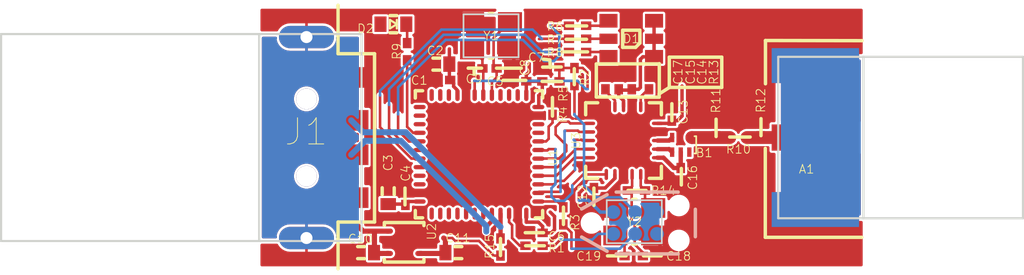
<source format=kicad_pcb>
(kicad_pcb (version 20171130) (host pcbnew "(5.0.0-3-g0214c9d)")
  (layers (0 F.Cu signal) (1 In1.Cu signal) (2 In2.Cu signal) (31 B.Cu signal) (34 B.Paste user) (35 F.Paste user hide) (36 B.SilkS user hide) (37 F.SilkS user) (38 B.Mask user hide) (39 F.Mask user hide) (44 Edge.Cuts user))
  (net 0 "")
  (net 1 Net1)
  (net 2 VUSB)
  (net 3 VDD_PA)
  (net 4 USB_D_P)
  (net 5 USB_D_N)
  (net 6 SWDIO)
  (net 7 SWCLK)
  (net 8 STATUS_LED)
  (net 9 RGBLED3)
  (net 10 RGBLED2)
  (net 11 RGBLED1)
  (net 12 RADIO_X2_16MHZ)
  (net 13 RADIO_X1_16MHZ)
  (net 14 RADIO_SPI.SCK)
  (net 15 RADIO_SPI.MOSI)
  (net 16 RADIO_SPI.MISO)
  (net 17 RADIO_SPI.IRQ)
  (net 18 RADIO_SPI.CSN)
  (net 19 RADIO_SPI.CE)
  (net 20 NRST)
  (net 21 NetR13_2)
  (net 22 NetR4_2)
  (net 23 NetP1_4)
  (net 24 NetP1_3)
  (net 25 NetP1_2)
  (net 26 NetD2_2)
  (net 27 NetD1_4)
  (net 28 NetD1_5)
  (net 29 NetD1_6)
  (net 30 NetC17_2)
  (net 31 NetA1_1)
  (net 32 MCU_X2_16MHZ)
  (net 33 MCU_X1_16MHZ)
  (net 34 GND)
  (net 35 ANT2)
  (net 36 ANT1)
  (net 37 +3.3V)
  (net 38 NetB1_1)
  (module 0402 (layer F.Cu) (at 145.82999 106.13001)
    (fp_text reference R1 (at 1.31001 0.12999) (layer F.SilkS) (effects (font (size 0.5 0.5) (thickness 0.05))))
    (fp_text value "" (at 0 0) (layer F.SilkS) (effects (font (size 1.524 1.524) (thickness 0.05))))
    (pad 1 smd rect (at -0.5 0 90) (size 0.5 0.6) (layers F.Cu F.Paste F.Mask) (net 6 SWDIO))
    (pad 2 smd rect (at 0.5 0 90) (size 0.5 0.6) (layers F.Cu F.Paste F.Mask) (net 25 NetP1_2))
  )
  (module 0402 (layer F.Cu) (at 152.50999 96.52001)
    (fp_text reference R13 (at 3.77001 -0.49001 90) (layer F.SilkS) (effects (font (size 0.5 0.5) (thickness 0.05))))
    (fp_text value "" (at 0 0) (layer F.SilkS) (effects (font (size 1.524 1.524) (thickness 0.05))))
    (pad 1 smd rect (at 0 -0.5) (size 0.5 0.6) (layers F.Cu F.Paste F.Mask) (net 34 GND))
    (pad 2 smd rect (at 0 0.5) (size 0.5 0.6) (layers F.Cu F.Paste F.Mask) (net 21 NetR13_2))
  )
  (module 0402 (layer F.Cu) (at 149.97999 96.52001)
    (fp_text reference C17 (at 4.22001 -0.49001 90) (layer F.SilkS) (effects (font (size 0.5 0.5) (thickness 0.05))))
    (fp_text value "" (at 0 0) (layer F.SilkS) (effects (font (size 1.524 1.524) (thickness 0.05))))
    (pad 1 smd rect (at 0 -0.5) (size 0.5 0.6) (layers F.Cu F.Paste F.Mask) (net 34 GND))
    (pad 2 smd rect (at 0 0.5) (size 0.5 0.6) (layers F.Cu F.Paste F.Mask) (net 30 NetC17_2))
  )
  (module 0402 (layer F.Cu) (at 150.74999 96.52001)
    (fp_text reference C15 (at 4.17001 -0.50001 90) (layer F.SilkS) (effects (font (size 0.5 0.5) (thickness 0.05))))
    (fp_text value "" (at 0 0) (layer F.SilkS) (effects (font (size 1.524 1.524) (thickness 0.05))))
    (pad 1 smd rect (at 0 -0.5) (size 0.5 0.6) (layers F.Cu F.Paste F.Mask) (net 34 GND))
    (pad 2 smd rect (at 0 0.5) (size 0.5 0.6) (layers F.Cu F.Paste F.Mask) (net 37 +3.3V))
  )
  (module 0402 (layer F.Cu) (at 151.50999 96.52001)
    (fp_text reference C14 (at 4.08001 -0.49001 90) (layer F.SilkS) (effects (font (size 0.5 0.5) (thickness 0.05))))
    (fp_text value "" (at 0 0) (layer F.SilkS) (effects (font (size 1.524 1.524) (thickness 0.05))))
    (pad 1 smd rect (at 0 -0.5) (size 0.5 0.6) (layers F.Cu F.Paste F.Mask) (net 34 GND))
    (pad 2 smd rect (at 0 0.5) (size 0.5 0.6) (layers F.Cu F.Paste F.Mask) (net 37 +3.3V))
  )
  (module 0402 (layer F.Cu) (at 145.82999 105.38001)
    (fp_text reference C6 (at 1.31001 0.19999) (layer F.SilkS) (effects (font (size 0.5 0.5) (thickness 0.05))))
    (fp_text value "" (at 0 0) (layer F.SilkS) (effects (font (size 1.524 1.524) (thickness 0.05))))
    (pad 1 smd rect (at -0.5 0 90) (size 0.5 0.6) (layers F.Cu F.Paste F.Mask) (net 34 GND))
    (pad 2 smd rect (at 0.5 0 90) (size 0.5 0.6) (layers F.Cu F.Paste F.Mask) (net 37 +3.3V))
  )
  (module 48037-2200 (layer F.Cu) (at 135.205 99.83)
    (fp_text reference J1 (at -2.615 -0.33) (layer F.SilkS) (effects (font (size 1.524 1.524) (thickness 0.05))))
    (fp_text value "Molex USB 2.0 Connector Plug USB Type A" hide)
    (pad 1 smd rect (at 0 3.5 270) (size 1.2 2) (layers F.Cu F.Paste F.Mask) (net 2 VUSB))
    (pad 4 smd rect (at 0 -3.5 270) (size 1.2 2) (layers F.Cu F.Paste F.Mask) (net 34 GND))
    (pad 3 smd rect (at 0 -1 270) (size 1.2 2) (layers F.Cu F.Paste F.Mask) (net 4 USB_D_P))
    (pad 2 smd rect (at 0 1 270) (size 1.2 2) (layers F.Cu F.Paste F.Mask) (net 5 USB_D_N))
    (pad 5 thru_hole oval (at -2.6 5.85 270) (size 1.3 3.2) (drill 0.7) (layers *.Cu *.Paste *.Mask) (net 34 GND))
    (pad 5 thru_hole oval (at -2.6 -5.85 270) (size 1.3 3.2) (drill 0.7) (layers *.Cu *.Paste *.Mask) (net 34 GND))
    (pad MH2 thru_hole circle (at -2.6 2.25 270) (size 1.2 1.2) (drill 1.2) (layers *.Cu *.Paste *.Mask))
    (pad MH1 thru_hole circle (at -2.6 -2.25 270) (size 1.2 1.2) (drill 1.2) (layers *.Cu *.Paste *.Mask))
  )
  (module "3.2x2.5 CRYSTAL" (layer F.Cu) (at 151.65496 104.73001)
    (fp_text reference Y2 (at 0 0) (layer F.SilkS) (effects (font (size 0.5 0.5) (thickness 0.05))))
    (fp_text value "TXC - 7V-16.000MAAE-T, 16MHZ, 30PPM, 12PF - CRYSTAL" hide)
    (pad 1 smd rect (at -1.1 0.8 180) (size 1.4 1.15) (layers F.Cu F.Paste F.Mask) (net 12 RADIO_X2_16MHZ))
    (pad 2 smd rect (at 1.1 0.8 180) (size 1.4 1.15) (layers F.Cu F.Paste F.Mask) (net 34 GND))
    (pad 3 smd rect (at 1.1 -0.8 180) (size 1.4 1.15) (layers F.Cu F.Paste F.Mask) (net 13 RADIO_X1_16MHZ))
    (pad 4 smd rect (at -1.1 -0.8 180) (size 1.4 1.15) (layers F.Cu F.Paste F.Mask) (net 34 GND))
  )
  (module "3.2x2.5 CRYSTAL" (layer F.Cu) (at 143.32996 93.90501)
    (fp_text reference Y1 (at 0 0) (layer F.SilkS) (effects (font (size 0.5 0.5) (thickness 0.05))))
    (fp_text value "TXC - 7V-16.000MAAE-T, 16MHZ, 30PPM, 12PF - CRYSTAL" hide)
    (pad 1 smd rect (at 1.1 -0.8) (size 1.4 1.15) (layers F.Cu F.Paste F.Mask) (net 33 MCU_X1_16MHZ))
    (pad 2 smd rect (at -1.1 -0.8) (size 1.4 1.15) (layers F.Cu F.Paste F.Mask) (net 34 GND))
    (pad 3 smd rect (at -1.1 0.8) (size 1.4 1.15) (layers F.Cu F.Paste F.Mask) (net 32 MCU_X2_16MHZ))
    (pad 4 smd rect (at 1.1 0.8) (size 1.4 1.15) (layers F.Cu F.Paste F.Mask) (net 34 GND))
  )
  (module QFN50P400X400X95_HS-21L (layer F.Cu) (at 151.02996 100.00501)
    (fp_text reference U3 (at -2.75996 0.00499 90) (layer F.SilkS) (effects (font (size 0.5 0.5) (thickness 0.05))))
    (fp_text value "Nordic Semi Ultra low power 2.4GHz RF Transceiver IC" hide)
    (pad 21 smd rect (at 0 0) (size 2.6 2.6) (layers F.Cu F.Paste F.Mask) (net 34 GND))
    (pad 20 smd oval (at -1 -1.975) (size 0.2 0.65) (layers F.Cu F.Paste F.Mask) (net 34 GND))
    (pad 19 smd oval (at -0.5 -1.975) (size 0.2 0.65) (layers F.Cu F.Paste F.Mask) (net 30 NetC17_2))
    (pad 18 smd oval (at 0 -1.975) (size 0.2 0.65) (layers F.Cu F.Paste F.Mask) (net 37 +3.3V))
    (pad 17 smd oval (at 0.5 -1.975) (size 0.2 0.65) (layers F.Cu F.Paste F.Mask) (net 34 GND))
    (pad 16 smd oval (at 1 -1.975) (size 0.2 0.65) (layers F.Cu F.Paste F.Mask) (net 21 NetR13_2))
    (pad 15 smd oval (at 1.975 -1 90) (size 0.2 0.65) (layers F.Cu F.Paste F.Mask) (net 37 +3.3V))
    (pad 14 smd oval (at 1.975 -0.5 90) (size 0.2 0.65) (layers F.Cu F.Paste F.Mask) (net 34 GND))
    (pad 13 smd oval (at 1.975 0 90) (size 0.2 0.65) (layers F.Cu F.Paste F.Mask) (net 35 ANT2))
    (pad 12 smd oval (at 1.975 0.5 90) (size 0.2 0.65) (layers F.Cu F.Paste F.Mask) (net 36 ANT1))
    (pad 11 smd oval (at 1.975 1 90) (size 0.2 0.65) (layers F.Cu F.Paste F.Mask) (net 3 VDD_PA))
    (pad 10 smd oval (at 1 1.975) (size 0.2 0.65) (layers F.Cu F.Paste F.Mask) (net 13 RADIO_X1_16MHZ))
    (pad 9 smd oval (at 0.5 1.975) (size 0.2 0.65) (layers F.Cu F.Paste F.Mask) (net 12 RADIO_X2_16MHZ))
    (pad 8 smd oval (at 0 1.975) (size 0.2 0.65) (layers F.Cu F.Paste F.Mask) (net 34 GND))
    (pad 7 smd oval (at -0.5 1.975) (size 0.2 0.65) (layers F.Cu F.Paste F.Mask) (net 37 +3.3V))
    (pad 6 smd oval (at -1 1.975) (size 0.2 0.65) (layers F.Cu F.Paste F.Mask) (net 17 RADIO_SPI.IRQ))
    (pad 5 smd oval (at -1.975 1 90) (size 0.2 0.65) (layers F.Cu F.Paste F.Mask) (net 16 RADIO_SPI.MISO))
    (pad 4 smd oval (at -1.975 0.5 90) (size 0.2 0.65) (layers F.Cu F.Paste F.Mask) (net 15 RADIO_SPI.MOSI))
    (pad 3 smd oval (at -1.975 0 90) (size 0.2 0.65) (layers F.Cu F.Paste F.Mask) (net 14 RADIO_SPI.SCK))
    (pad 2 smd oval (at -1.975 -0.5 90) (size 0.2 0.65) (layers F.Cu F.Paste F.Mask) (net 18 RADIO_SPI.CSN))
    (pad 1 smd oval (at -1.975 -1 90) (size 0.2 0.65) (layers F.Cu F.Paste F.Mask) (net 19 RADIO_SPI.CE))
  )
  (module "LFCSP-6 2.0X2.0X0.55" (layer F.Cu) (at 138.27999 105.93001)
    (fp_text reference U2 (at 1.60001 -0.63001 90) (layer F.SilkS) (effects (font (size 0.5 0.5) (thickness 0.05))))
    (fp_text value "Analog Devices ADP122ACPZ-3.3-R7 - 5.5 V Input, 300 mA, Low Quiescent  Current, CMOS Linear Regulator" hide)
    (pad 7 smd rect (at 0 0 90) (size 1.6 1) (layers F.Cu F.Paste F.Mask) (net 34 GND))
    (pad 6 smd oval (at -0.90001 0.65 90) (size 0.3 0.5) (layers F.Cu F.Paste F.Mask) (net 2 VUSB))
    (pad 5 smd oval (at -0.90001 0 90) (size 0.3 0.5) (layers F.Cu F.Paste F.Mask) (net 34 GND))
    (pad 4 smd oval (at -0.90001 -0.65 90) (size 0.3 0.5) (layers F.Cu F.Paste F.Mask) (net 2 VUSB))
    (pad 3 smd oval (at 0.9 -0.65 90) (size 0.3 0.5) (layers F.Cu F.Paste F.Mask) (net 34 GND))
    (pad 2 smd oval (at 0.9 0 90) (size 0.3 0.5) (layers F.Cu F.Paste F.Mask) (net 34 GND))
    (pad 1 smd oval (at 0.9 0.65 90) (size 0.3 0.5) (layers F.Cu F.Paste F.Mask) (net 37 +3.3V))
  )
  (module 0402 (layer F.Cu) (at 151.77999 102.91001)
    (fp_text reference R14 (at 1.56001 0.00999) (layer F.SilkS) (effects (font (size 0.5 0.5) (thickness 0.05))))
    (fp_text value "" (at 0 0) (layer F.SilkS) (effects (font (size 1.524 1.524) (thickness 0.05))))
    (pad 1 smd rect (at 0.5 0 270) (size 0.5 0.6) (layers F.Cu F.Paste F.Mask) (net 13 RADIO_X1_16MHZ))
    (pad 2 smd rect (at -0.50001 0 270) (size 0.5 0.6) (layers F.Cu F.Paste F.Mask) (net 12 RADIO_X2_16MHZ))
  )
  (module 0402 (layer F.Cu) (at 138.45499 94.83001)
    (fp_text reference R9 (at -0.59499 -0.02001 90) (layer F.SilkS) (effects (font (size 0.5 0.5) (thickness 0.05))))
    (fp_text value "" (at 0 0) (layer F.SilkS) (effects (font (size 1.524 1.524) (thickness 0.05))))
    (pad 1 smd rect (at -0.00001 0.5 180) (size 0.5 0.6) (layers F.Cu F.Paste F.Mask) (net 8 STATUS_LED))
    (pad 2 smd rect (at -0.00001 -0.5 180) (size 0.5 0.6) (layers F.Cu F.Paste F.Mask) (net 26 NetD2_2))
  )
  (module 0402 (layer F.Cu) (at 146.80999 96.56001)
    (fp_text reference R5 (at 0.72001 0.69999 -90) (layer F.SilkS) (effects (font (size 0.5 0.5) (thickness 0.05))))
    (fp_text value "" (at 0 0) (layer F.SilkS) (effects (font (size 1.524 1.524) (thickness 0.05))))
    (pad 1 smd rect (at 0.5 0 270) (size 0.5 0.6) (layers F.Cu F.Paste F.Mask) (net 20 NRST))
    (pad 2 smd rect (at -0.50001 0 270) (size 0.5 0.6) (layers F.Cu F.Paste F.Mask) (net 37 +3.3V))
  )
  (module 0402 (layer F.Cu) (at 146.90496 98.00501)
    (fp_text reference R4 (at 0.58504 0.49499 -90) (layer F.SilkS) (effects (font (size 0.5 0.5) (thickness 0.05))))
    (fp_text value "" (at 0 0) (layer F.SilkS) (effects (font (size 1.524 1.524) (thickness 0.05))))
    (pad 1 smd rect (at 0 -0.5) (size 0.5 0.6) (layers F.Cu F.Paste F.Mask) (net 34 GND))
    (pad 2 smd rect (at 0 0.5) (size 0.5 0.6) (layers F.Cu F.Paste F.Mask) (net 22 NetR4_2))
  )
  (module 0402 (layer F.Cu) (at 147.52999 104.39001)
    (fp_text reference R3 (at 0.68001 0.37999 90) (layer F.SilkS) (effects (font (size 0.5 0.5) (thickness 0.05))))
    (fp_text value "" (at 0 0) (layer F.SilkS) (effects (font (size 1.524 1.524) (thickness 0.05))))
    (pad 1 smd rect (at 0 -0.5) (size 0.5 0.6) (layers F.Cu F.Paste F.Mask) (net 7 SWCLK))
    (pad 2 smd rect (at 0 0.50001) (size 0.5 0.6) (layers F.Cu F.Paste F.Mask) (net 23 NetP1_4))
  )
  (module 0402 (layer F.Cu) (at 148.17999 96.28001)
    (fp_text reference R2 (at 0.61001 0.04999 -90) (layer F.SilkS) (effects (font (size 0.5 0.5) (thickness 0.05))))
    (fp_text value "" (at 0 0) (layer F.SilkS) (effects (font (size 1.524 1.524) (thickness 0.05))))
    (pad 1 smd rect (at 0 -0.5) (size 0.5 0.6) (layers F.Cu F.Paste F.Mask) (net 20 NRST))
    (pad 2 smd rect (at 0 0.5) (size 0.5 0.6) (layers F.Cu F.Paste F.Mask) (net 24 NetP1_3))
  )
  (module TC2030-IDC-NL (layer B.Cu) (at 151.70496 104.80501)
    (fp_text reference P1 hide)
    (fp_text value "TagConnect TC2030-IDC-NL SWD Programming Connector" hide)
    (pad "" np_thru_hole circle (at 2.54 -1.016) (size 1 1) (drill 1) (layers *.Cu *.Paste *.Mask))
    (pad "" np_thru_hole circle (at 2.54 1.016) (size 1 1) (drill 1) (layers *.Cu *.Paste *.Mask))
    (pad "" np_thru_hole circle (at -2.54 0) (size 1 1) (drill 1) (layers *.Cu *.Paste *.Mask))
    (pad 3 smd circle (at 0 -0.635) (size 0.8 0.8) (layers B.Cu B.Paste B.Mask) (net 24 NetP1_3))
    (pad 6 smd circle (at 1.27 0.635) (size 0.8 0.8) (layers B.Cu B.Paste B.Mask))
    (pad 1 smd circle (at -1.27 -0.635) (size 0.8 0.8) (layers B.Cu B.Paste B.Mask) (net 37 +3.3V))
    (pad 2 smd circle (at -1.27 0.635) (size 0.8 0.8) (layers B.Cu B.Paste B.Mask) (net 25 NetP1_2))
    (pad 5 smd circle (at 1.27 -0.635) (size 0.8 0.8) (layers B.Cu B.Paste B.Mask) (net 34 GND))
    (pad 4 smd circle (at 0 0.635) (size 0.8 0.8) (layers B.Cu B.Paste B.Mask) (net 23 NetP1_4))
  )
  (module "0603 - LED" (layer F.Cu) (at 137.65499 93.23001)
    (fp_text reference D2 (at -1.61499 0.25999) (layer F.SilkS) (effects (font (size 0.5 0.5) (thickness 0.05))))
    (fp_text value "BRIGHT BLUE LED 20mA" hide)
    (pad 1 smd rect (at -0.75 0 90) (size 0.9 0.7) (layers F.Cu F.Paste F.Mask) (net 37 +3.3V))
    (pad 2 smd rect (at 0.75 0 90) (size 0.9 0.7) (layers F.Cu F.Paste F.Mask) (net 26 NetD2_2))
  )
  (module 0402 (layer F.Cu) (at 150.58999 106.73001)
    (fp_text reference C19 (at -1.57999 0.00999) (layer F.SilkS) (effects (font (size 0.5 0.5) (thickness 0.05))))
    (fp_text value "" (at 0 0) (layer F.SilkS) (effects (font (size 1.524 1.524) (thickness 0.05))))
    (pad 1 smd rect (at -0.5 0 90) (size 0.5 0.6) (layers F.Cu F.Paste F.Mask) (net 34 GND))
    (pad 2 smd rect (at 0.5 0 90) (size 0.5 0.6) (layers F.Cu F.Paste F.Mask) (net 12 RADIO_X2_16MHZ))
  )
  (module 0402 (layer F.Cu) (at 152.65496 106.73001)
    (fp_text reference C18 (at 1.57504 0.00999) (layer F.SilkS) (effects (font (size 0.5 0.5) (thickness 0.05))))
    (fp_text value "" (at 0 0) (layer F.SilkS) (effects (font (size 1.524 1.524) (thickness 0.05))))
    (pad 1 smd rect (at 0.5 0 270) (size 0.5 0.6) (layers F.Cu F.Paste F.Mask) (net 34 GND))
    (pad 2 smd rect (at -0.5 0 270) (size 0.5 0.6) (layers F.Cu F.Paste F.Mask) (net 13 RADIO_X1_16MHZ))
  )
  (module 0402 (layer F.Cu) (at 154.35499 102.10501)
    (fp_text reference C16 (at 0.69501 0.05499 90) (layer F.SilkS) (effects (font (size 0.5 0.5) (thickness 0.05))))
    (fp_text value "" (at 0 0) (layer F.SilkS) (effects (font (size 1.524 1.524) (thickness 0.05))))
    (pad 1 smd rect (at -0.00001 0.5 180) (size 0.5 0.6) (layers F.Cu F.Paste F.Mask) (net 34 GND))
    (pad 2 smd rect (at -0.00001 -0.5 180) (size 0.5 0.6) (layers F.Cu F.Paste F.Mask) (net 3 VDD_PA))
  )
  (module 0603 (layer F.Cu) (at 141.43 106.53001)
    (fp_text reference C11 (at -0.02 -0.84001) (layer F.SilkS) (effects (font (size 0.5 0.5) (thickness 0.05))))
    (fp_text value "" (at 0 0) (layer F.SilkS) (effects (font (size 1.524 1.524) (thickness 0.05))))
    (pad 2 smd rect (at -0.75 0 270) (size 0.9 0.7) (layers F.Cu F.Paste F.Mask) (net 37 +3.3V))
    (pad 1 smd rect (at 0.75 0 270) (size 0.9 0.7) (layers F.Cu F.Paste F.Mask) (net 34 GND))
  )
  (module 0603 (layer F.Cu) (at 135.77999 106.53001)
    (fp_text reference C10 (at -0.03999 -0.80001) (layer F.SilkS) (effects (font (size 0.5 0.5) (thickness 0.05))))
    (fp_text value "" (at 0 0) (layer F.SilkS) (effects (font (size 1.524 1.524) (thickness 0.05))))
    (pad 2 smd rect (at 0.75 0 90) (size 0.9 0.7) (layers F.Cu F.Paste F.Mask) (net 2 VUSB))
    (pad 1 smd rect (at -0.75 0 90) (size 0.9 0.7) (layers F.Cu F.Paste F.Mask) (net 34 GND))
  )
  (module 0402 (layer F.Cu) (at 142.32996 95.80501)
    (fp_text reference C9 (at 0.01004 0.61499) (layer F.SilkS) (effects (font (size 0.5 0.5) (thickness 0.05))))
    (fp_text value "" (at 0 0) (layer F.SilkS) (effects (font (size 1.524 1.524) (thickness 0.05))))
    (pad 1 smd rect (at -0.5 0 90) (size 0.5 0.6) (layers F.Cu F.Paste F.Mask) (net 34 GND))
    (pad 2 smd rect (at 0.5 0 90) (size 0.5 0.6) (layers F.Cu F.Paste F.Mask) (net 32 MCU_X2_16MHZ))
  )
  (module 0402 (layer F.Cu) (at 144.15496 95.80501)
    (fp_text reference C8 (at 1.14504 -0.05501 -90) (layer F.SilkS) (effects (font (size 0.5 0.5) (thickness 0.05))))
    (fp_text value "" (at 0 0) (layer F.SilkS) (effects (font (size 1.524 1.524) (thickness 0.05))))
    (pad 1 smd rect (at 0.5 0 270) (size 0.5 0.6) (layers F.Cu F.Paste F.Mask) (net 34 GND))
    (pad 2 smd rect (at -0.5 0 270) (size 0.5 0.6) (layers F.Cu F.Paste F.Mask) (net 33 MCU_X1_16MHZ))
  )
  (module 0402 (layer F.Cu) (at 146.79999 95.73001)
    (fp_text reference C7 (at -0.82999 -0.56001) (layer F.SilkS) (effects (font (size 0.5 0.5) (thickness 0.05))))
    (fp_text value "" (at 0 0) (layer F.SilkS) (effects (font (size 1.524 1.524) (thickness 0.05))))
    (pad 1 smd rect (at -0.5 0 90) (size 0.5 0.6) (layers F.Cu F.Paste F.Mask) (net 34 GND))
    (pad 2 smd rect (at 0.5 0 90) (size 0.5 0.6) (layers F.Cu F.Paste F.Mask) (net 20 NRST))
  )
  (module 0402 (layer F.Cu) (at 144.87996 96.55501)
    (fp_text reference C5 (at -1.30996 0.00499) (layer F.SilkS) (effects (font (size 0.5 0.5) (thickness 0.05))))
    (fp_text value "" (at 0 0) (layer F.SilkS) (effects (font (size 1.524 1.524) (thickness 0.05))))
    (pad 1 smd rect (at -0.5 0 90) (size 0.5 0.6) (layers F.Cu F.Paste F.Mask) (net 34 GND))
    (pad 2 smd rect (at 0.5 0 90) (size 0.5 0.6) (layers F.Cu F.Paste F.Mask) (net 37 +3.3V))
  )
  (module 0402 (layer F.Cu) (at 138.35499 103.25501)
    (fp_text reference C4 (at 0.01501 -1.34501 90) (layer F.SilkS) (effects (font (size 0.5 0.5) (thickness 0.05))))
    (fp_text value "" (at 0 0) (layer F.SilkS) (effects (font (size 1.524 1.524) (thickness 0.05))))
    (pad 1 smd rect (at 0 -0.49999) (size 0.5 0.6) (layers F.Cu F.Paste F.Mask) (net 34 GND))
    (pad 2 smd rect (at 0 0.50001) (size 0.5 0.6) (layers F.Cu F.Paste F.Mask) (net 37 +3.3V))
  )
  (module 0603 (layer F.Cu) (at 137.35499 102.95502)
    (fp_text reference C3 (at -0.00499 -1.65502 90) (layer F.SilkS) (effects (font (size 0.5 0.5) (thickness 0.05))))
    (fp_text value "" (at 0 0) (layer F.SilkS) (effects (font (size 1.524 1.524) (thickness 0.05))))
    (pad 2 smd rect (at 0 0.75) (size 0.9 0.7) (layers F.Cu F.Paste F.Mask) (net 37 +3.3V))
    (pad 1 smd rect (at 0 -0.75) (size 0.9 0.7) (layers F.Cu F.Paste F.Mask) (net 34 GND))
  )
  (module 0603 (layer F.Cu) (at 140.15495 95.55501)
    (fp_text reference C2 (at -0.06495 -0.77501) (layer F.SilkS) (effects (font (size 0.5 0.5) (thickness 0.05))))
    (fp_text value "" (at 0 0) (layer F.SilkS) (effects (font (size 1.524 1.524) (thickness 0.05))))
    (pad 2 smd rect (at 0.75001 0 90) (size 0.9 0.7) (layers F.Cu F.Paste F.Mask) (net 37 +3.3V))
    (pad 1 smd rect (at -0.74999 0 90) (size 0.9 0.7) (layers F.Cu F.Paste F.Mask) (net 34 GND))
  )
  (module 0402 (layer F.Cu) (at 140.45496 96.48001)
    (fp_text reference C1 (at -1.29496 0.01999) (layer F.SilkS) (effects (font (size 0.5 0.5) (thickness 0.05))))
    (fp_text value "" (at 0 0) (layer F.SilkS) (effects (font (size 1.524 1.524) (thickness 0.05))))
    (pad 1 smd rect (at -0.5 0 90) (size 0.5 0.6) (layers F.Cu F.Paste F.Mask) (net 34 GND))
    (pad 2 smd rect (at 0.5 0 90) (size 0.5 0.6) (layers F.Cu F.Paste F.Mask) (net 37 +3.3V))
  )
  (module 2450BM14A0002 (layer F.Cu) (at 154.35496 100.25501)
    (fp_text reference B1 (at 1.36504 0.46499) (layer F.SilkS) (effects (font (size 0.5 0.5) (thickness 0.05))))
    (fp_text value "Johanson Technology Impedance Matched Balun Filter Integrated Passive for nRF24L01" hide)
    (pad 3 smd rect (at -0.5 -0.425) (size 0.25 0.55) (layers F.Cu F.Paste F.Mask) (net 35 ANT2))
    (pad 2 smd rect (at 0 -0.425) (size 0.25 0.55) (layers F.Cu F.Paste F.Mask) (net 34 GND))
    (pad 1 smd rect (at 0.5 -0.425) (size 0.25 0.55) (layers F.Cu F.Paste F.Mask) (net 38 NetB1_1))
    (pad 6 smd rect (at 0.5 0.425) (size 0.25 0.55) (layers F.Cu F.Paste F.Mask))
    (pad 5 smd rect (at 0 0.425) (size 0.25 0.55) (layers F.Cu F.Paste F.Mask) (net 3 VDD_PA))
    (pad 4 smd rect (at -0.5 0.425) (size 0.25 0.55) (layers F.Cu F.Paste F.Mask) (net 36 ANT1))
  )
  (module 142-4701-801 (layer F.Cu) (at 162.17999 99.83001)
    (fp_text reference A1 (at -0.50999 1.83999) (layer F.SilkS) (effects (font (size 0.5 0.5) (thickness 0.05))))
    (fp_text value "JOHNSON  142-4701-801  SMA FEMELLE REVERSE POLARITY TERMINAISON" hide)
    (pad 1 smd rect (at 0 0 270) (size 1.524 5.08) (layers F.Cu F.Paste F.Mask) (net 31 NetA1_1))
    (pad 2 smd rect (at 0 -4.191 270) (size 2.032 5.08) (layers F.Cu F.Paste F.Mask) (net 34 GND))
    (pad 2 smd rect (at 0 4.191 270) (size 2.032 5.08) (layers F.Cu F.Paste F.Mask) (net 34 GND))
    (pad 2 smd rect (at 0 4.191 270) (size 2.032 5.08) (layers B.Cu B.Paste B.Mask) (net 34 GND))
    (pad 2 smd rect (at 0 -4.191 270) (size 2.032 5.08) (layers B.Cu B.Paste B.Mask) (net 34 GND))
  )
  (module QFN50P700X700X60_HS-49L (layer F.Cu) (at 142.62999 100.80501)
    (fp_text reference U1 (at 4.29001 0.18499 -90) (layer F.SilkS) (effects (font (size 0.5 0.5) (thickness 0.05))))
    (fp_text value "STMICROELECTRONICS  STM32F103CBU6 ARM Cortex-M3, 72 MHz, 128 KB, 20 KB, 48, VFQFPN" hide)
    (pad 32 smd oval (at 0.75 3.45) (size 0.25 0.7) (layers F.Cu F.Paste F.Mask) (net 5 USB_D_N))
    (pad 33 smd oval (at 1.25 3.45) (size 0.25 0.7) (layers F.Cu F.Paste F.Mask) (net 4 USB_D_P))
    (pad 1 smd oval (at 2.75 -3.45) (size 0.25 0.7) (layers F.Cu F.Paste F.Mask) (net 37 +3.3V))
    (pad 2 smd oval (at 2.25 -3.45) (size 0.25 0.7) (layers F.Cu F.Paste F.Mask))
    (pad 3 smd oval (at 1.75 -3.45) (size 0.25 0.7) (layers F.Cu F.Paste F.Mask))
    (pad 4 smd oval (at 1.25 -3.45) (size 0.25 0.7) (layers F.Cu F.Paste F.Mask))
    (pad 5 smd oval (at 0.75 -3.45) (size 0.25 0.7) (layers F.Cu F.Paste F.Mask) (net 33 MCU_X1_16MHZ))
    (pad 6 smd oval (at 0.25 -3.45) (size 0.25 0.7) (layers F.Cu F.Paste F.Mask) (net 32 MCU_X2_16MHZ))
    (pad 7 smd oval (at -0.25 -3.45) (size 0.25 0.7) (layers F.Cu F.Paste F.Mask) (net 20 NRST))
    (pad 8 smd oval (at -0.75 -3.45) (size 0.25 0.7) (layers F.Cu F.Paste F.Mask) (net 34 GND))
    (pad 9 smd oval (at -1.25 -3.45) (size 0.25 0.7) (layers F.Cu F.Paste F.Mask) (net 37 +3.3V))
    (pad 10 smd oval (at -1.75 -3.45) (size 0.25 0.7) (layers F.Cu F.Paste F.Mask))
    (pad 11 smd oval (at -2.25 -3.45) (size 0.25 0.7) (layers F.Cu F.Paste F.Mask))
    (pad 12 smd oval (at -2.75 -3.45) (size 0.25 0.7) (layers F.Cu F.Paste F.Mask))
    (pad 13 smd oval (at -3.45 -2.75 270) (size 0.25 0.7) (layers F.Cu F.Paste F.Mask))
    (pad 14 smd oval (at -3.45 -2.25 270) (size 0.25 0.7) (layers F.Cu F.Paste F.Mask))
    (pad 15 smd oval (at -3.45 -1.75 270) (size 0.25 0.7) (layers F.Cu F.Paste F.Mask))
    (pad 16 smd oval (at -3.45 -1.25 270) (size 0.25 0.7) (layers F.Cu F.Paste F.Mask) (net 8 STATUS_LED))
    (pad 17 smd oval (at -3.45 -0.75 270) (size 0.25 0.7) (layers F.Cu F.Paste F.Mask) (net 10 RGBLED2))
    (pad 18 smd oval (at -3.45 -0.25 270) (size 0.25 0.7) (layers F.Cu F.Paste F.Mask) (net 9 RGBLED3))
    (pad 19 smd oval (at -3.45 0.25 270) (size 0.25 0.7) (layers F.Cu F.Paste F.Mask) (net 11 RGBLED1))
    (pad 20 smd oval (at -3.45 0.75 270) (size 0.25 0.7) (layers F.Cu F.Paste F.Mask))
    (pad 21 smd oval (at -3.45 1.25 270) (size 0.25 0.7) (layers F.Cu F.Paste F.Mask))
    (pad 22 smd oval (at -3.45 1.75 270) (size 0.25 0.7) (layers F.Cu F.Paste F.Mask))
    (pad 23 smd oval (at -3.45 2.25 270) (size 0.25 0.7) (layers F.Cu F.Paste F.Mask) (net 34 GND))
    (pad 24 smd oval (at -3.45 2.75 270) (size 0.25 0.7) (layers F.Cu F.Paste F.Mask) (net 37 +3.3V))
    (pad 25 smd oval (at -2.75 3.45) (size 0.25 0.7) (layers F.Cu F.Paste F.Mask))
    (pad 26 smd oval (at -2.25 3.45) (size 0.25 0.7) (layers F.Cu F.Paste F.Mask))
    (pad 27 smd oval (at -1.75 3.45) (size 0.25 0.7) (layers F.Cu F.Paste F.Mask))
    (pad 28 smd oval (at -1.25 3.45) (size 0.25 0.7) (layers F.Cu F.Paste F.Mask))
    (pad 29 smd oval (at -0.75 3.45) (size 0.25 0.7) (layers F.Cu F.Paste F.Mask))
    (pad 30 smd oval (at -0.25 3.45) (size 0.25 0.7) (layers F.Cu F.Paste F.Mask))
    (pad 31 smd oval (at 0.25 3.45) (size 0.25 0.7) (layers F.Cu F.Paste F.Mask))
    (pad 34 smd oval (at 1.75 3.45) (size 0.25 0.7) (layers F.Cu F.Paste F.Mask) (net 6 SWDIO))
    (pad 35 smd oval (at 2.25 3.45) (size 0.25 0.7) (layers F.Cu F.Paste F.Mask) (net 34 GND))
    (pad 36 smd oval (at 2.75 3.45) (size 0.25 0.7) (layers F.Cu F.Paste F.Mask) (net 37 +3.3V))
    (pad 37 smd oval (at 3.45 2.75 270) (size 0.25 0.7) (layers F.Cu F.Paste F.Mask) (net 7 SWCLK))
    (pad 38 smd oval (at 3.45 2.25 270) (size 0.25 0.7) (layers F.Cu F.Paste F.Mask) (net 18 RADIO_SPI.CSN))
    (pad 39 smd oval (at 3.45 1.75 270) (size 0.25 0.7) (layers F.Cu F.Paste F.Mask) (net 14 RADIO_SPI.SCK))
    (pad 40 smd oval (at 3.45 1.25 270) (size 0.25 0.7) (layers F.Cu F.Paste F.Mask) (net 16 RADIO_SPI.MISO))
    (pad 41 smd oval (at 3.45 0.75 270) (size 0.25 0.7) (layers F.Cu F.Paste F.Mask) (net 15 RADIO_SPI.MOSI))
    (pad 42 smd oval (at 3.45 0.25 270) (size 0.25 0.7) (layers F.Cu F.Paste F.Mask) (net 19 RADIO_SPI.CE))
    (pad 43 smd oval (at 3.45 -0.25 270) (size 0.25 0.7) (layers F.Cu F.Paste F.Mask) (net 17 RADIO_SPI.IRQ))
    (pad 44 smd oval (at 3.45 -0.75 270) (size 0.25 0.7) (layers F.Cu F.Paste F.Mask) (net 22 NetR4_2))
    (pad 45 smd oval (at 3.45 -1.25 270) (size 0.25 0.7) (layers F.Cu F.Paste F.Mask))
    (pad 46 smd oval (at 3.45 -1.75 270) (size 0.25 0.7) (layers F.Cu F.Paste F.Mask))
    (pad 47 smd oval (at 3.45 -2.25 270) (size 0.25 0.7) (layers F.Cu F.Paste F.Mask) (net 34 GND))
    (pad 48 smd oval (at 3.45 -2.75 270) (size 0.25 0.7) (layers F.Cu F.Paste F.Mask) (net 37 +3.3V))
    (pad 49 smd rect (at 0 0 270) (size 5.6 5.6) (layers F.Cu F.Paste F.Mask) (net 34 GND))
  )
  (module "3.5x2.8 mm 6-SMD" (layer F.Cu) (at 151.47999 94.08001)
    (fp_text reference D1 (at 0 0) (layer F.SilkS) (effects (font (size 0.5 0.5) (thickness 0.05))))
    (fp_text value "ROHM SMLVN6RGB1W1 LED Tri-Color Blue/Green/Red Chip LED 6-Pin 1411 T/RLED Tri-Color Blue/Green/Red Chip LED 6-Pin 1411" hide)
    (pad 5 smd rect (at -1.325 0 180) (size 1.05 0.6) (layers F.Cu F.Paste F.Mask) (net 28 NetD1_5))
    (pad 2 smd rect (at 1.325 0 180) (size 1.05 0.6) (layers F.Cu F.Paste F.Mask) (net 37 +3.3V))
    (pad 4 smd rect (at -1.325 -1.05 180) (size 1.05 0.8) (layers F.Cu F.Paste F.Mask) (net 27 NetD1_4))
    (pad 6 smd rect (at -1.325 1.05 180) (size 1.05 0.8) (layers F.Cu F.Paste F.Mask) (net 29 NetD1_6))
    (pad 3 smd rect (at 1.325 -1.05 180) (size 1.05 0.8) (layers F.Cu F.Paste F.Mask) (net 37 +3.3V))
    (pad 1 smd rect (at 1.325 1.05 180) (size 1.05 0.8) (layers F.Cu F.Paste F.Mask) (net 37 +3.3V))
  )
  (module 0402 (layer F.Cu) (at 148.35999 93.32001)
    (fp_text reference R6 (at -1.30999 0.03999) (layer F.SilkS) (effects (font (size 0.5 0.5) (thickness 0.05))))
    (fp_text value "" (at 0 0) (layer F.SilkS) (effects (font (size 1.524 1.524) (thickness 0.05))))
    (pad 2 smd rect (at 0.5 0 90) (size 0.5 0.6) (layers F.Cu F.Paste F.Mask) (net 27 NetD1_4))
    (pad 1 smd rect (at -0.5 0 90) (size 0.5 0.6) (layers F.Cu F.Paste F.Mask) (net 10 RGBLED2))
  )
  (module 0402 (layer F.Cu) (at 148.35999 94.08001)
    (fp_text reference R7 (at -1.30999 0.04999) (layer F.SilkS) (effects (font (size 0.5 0.5) (thickness 0.05))))
    (fp_text value "" (at 0 0) (layer F.SilkS) (effects (font (size 1.524 1.524) (thickness 0.05))))
    (pad 2 smd rect (at 0.5 0 90) (size 0.5 0.6) (layers F.Cu F.Paste F.Mask) (net 28 NetD1_5))
    (pad 1 smd rect (at -0.5 0 90) (size 0.5 0.6) (layers F.Cu F.Paste F.Mask) (net 11 RGBLED1))
  )
  (module 0402 (layer F.Cu) (at 148.35999 94.85001)
    (fp_text reference R8 (at -1.30999 0.02999) (layer F.SilkS) (effects (font (size 0.5 0.5) (thickness 0.05))))
    (fp_text value "" (at 0 0) (layer F.SilkS) (effects (font (size 1.524 1.524) (thickness 0.05))))
    (pad 2 smd rect (at 0.5 0 90) (size 0.5 0.6) (layers F.Cu F.Paste F.Mask) (net 29 NetD1_6))
    (pad 1 smd rect (at -0.5 0 90) (size 0.5 0.6) (layers F.Cu F.Paste F.Mask) (net 9 RGBLED3))
  )
  (module 0402 (layer F.Cu) (at 149.30999 103.27001)
    (fp_text reference C12 (at -0.65999 0.02999 90) (layer F.SilkS) (effects (font (size 0.5 0.5) (thickness 0.05))))
    (fp_text value "" (at 0 0) (layer F.SilkS) (effects (font (size 1.524 1.524) (thickness 0.05))))
    (pad 2 smd rect (at -0.00001 -0.5 180) (size 0.5 0.6) (layers F.Cu F.Paste F.Mask) (net 37 +3.3V))
    (pad 1 smd rect (at -0.00001 0.5 180) (size 0.5 0.6) (layers F.Cu F.Paste F.Mask) (net 34 GND))
  )
  (module 0402 (layer F.Cu) (at 153.83999 98.35001)
    (fp_text reference C13 (at 0.66001 -0.01001 90) (layer F.SilkS) (effects (font (size 0.5 0.5) (thickness 0.05))))
    (fp_text value "" (at 0 0) (layer F.SilkS) (effects (font (size 1.524 1.524) (thickness 0.05))))
    (pad 2 smd rect (at 0 0.5) (size 0.5 0.6) (layers F.Cu F.Paste F.Mask) (net 37 +3.3V))
    (pad 1 smd rect (at 0 -0.5) (size 0.5 0.6) (layers F.Cu F.Paste F.Mask) (net 34 GND))
  )
  (module 0402 (layer F.Cu) (at 157.705 99.83001)
    (fp_text reference R10 (at 0.005 0.67999) (layer F.SilkS) (effects (font (size 0.5 0.5) (thickness 0.05))))
    (fp_text value "" (at 0 0) (layer F.SilkS) (effects (font (size 1.524 1.524) (thickness 0.05))))
    (pad 2 smd rect (at 0.5 0 90) (size 0.5 0.6) (layers F.Cu F.Paste F.Mask) (net 31 NetA1_1))
    (pad 1 smd rect (at -0.5 0 90) (size 0.5 0.6) (layers F.Cu F.Paste F.Mask) (net 38 NetB1_1))
  )
  (module "0402 - NOBODY" (layer F.Cu) (at 156.405 99.25501)
    (fp_text reference R11 (at -0.005 -1.56501 90) (layer F.SilkS) (effects (font (size 0.5 0.5) (thickness 0.05))))
    (fp_text value "NOT CONNECTED" hide)
    (pad 1 smd rect (at 0 -0.5) (size 0.5 0.6) (layers F.Cu F.Paste F.Mask) (net 34 GND))
    (pad 2 smd rect (at 0 0.5) (size 0.5 0.6) (layers F.Cu F.Paste F.Mask) (net 38 NetB1_1))
  )
  (module "0402 - NOBODY" (layer F.Cu) (at 159.005 99.25501)
    (fp_text reference R12 (at 0.005 -1.58501 270) (layer F.SilkS) (effects (font (size 0.5 0.5) (thickness 0.05))))
    (fp_text value "NOT CONNECTED" hide)
    (pad 1 smd rect (at 0 -0.5) (size 0.5 0.6) (layers F.Cu F.Paste F.Mask) (net 34 GND))
    (pad 2 smd rect (at 0 0.5) (size 0.5 0.6) (layers F.Cu F.Paste F.Mask) (net 31 NetA1_1))
  )
  (module 0402 (layer F.Cu) (at 143.88 106.20501)
    (fp_text reference R15 (at -0.62 -0.03501 90) (layer F.SilkS) (effects (font (size 0.5 0.5) (thickness 0.05))))
    (fp_text value "" (at 0 0) (layer F.SilkS) (effects (font (size 1.524 1.524) (thickness 0.05))))
    (pad 1 smd rect (at 0 -0.5) (size 0.5 0.6) (layers F.Cu F.Paste F.Mask) (net 4 USB_D_P))
    (pad 2 smd rect (at 0 0.50001) (size 0.5 0.6) (layers F.Cu F.Paste F.Mask) (net 37 +3.3V))
  )
  (gr_line (start 134.44 94.95) (end 134.44 92.13) (layer F.SilkS) (width 0.2))
  (gr_line (start 136.56 94.95) (end 134.44 94.95) (layer F.SilkS) (width 0.2))
  (gr_line (start 136.56 104.75) (end 136.56 94.95) (layer F.SilkS) (width 0.2))
  (gr_line (start 134.44 104.75) (end 136.56 104.75) (layer F.SilkS) (width 0.2))
  (gr_line (start 134.44 107.47) (end 134.44 104.75) (layer F.SilkS) (width 0.2))
  (gr_line (start 138.33 102.77) (end 138.33 103.75) (layer F.SilkS) (width 0.2))
  (gr_line (start 143.88 105.71) (end 143.88 106.7) (layer F.SilkS) (width 0.2))
  (gr_line (start 145.34 106.13) (end 146.43 106.13) (layer F.SilkS) (width 0.2))
  (gr_line (start 145.32 105.37) (end 146.38 105.37) (layer F.SilkS) (width 0.2))
  (gr_line (start 147.54 103.88) (end 147.54 104.89) (layer F.SilkS) (width 0.2))
  (gr_line (start 150.1 106.72) (end 151.18 106.72) (layer F.SilkS) (width 0.2))
  (gr_line (start 152.19 106.72) (end 153.22 106.72) (layer F.SilkS) (width 0.2))
  (gr_line (start 149.31 102.77) (end 149.31 103.78) (layer F.SilkS) (width 0.2))
  (gr_line (start 151.29 102.91) (end 152.34 102.91) (layer F.SilkS) (width 0.2))
  (gr_line (start 154.39 101.63) (end 154.39 102.59) (layer F.SilkS) (width 0.2))
  (gr_line (start 159.02 99.72) (end 159.02 98.73) (layer F.SilkS) (width 0.2))
  (gr_line (start 157.2 99.8) (end 158.39 99.8) (layer F.SilkS) (width 0.2))
  (gr_line (start 156.41 98.76) (end 156.41 99.77) (layer F.SilkS) (width 0.2))
  (gr_line (start 159.28 94.18) (end 164.89 94.19) (layer F.SilkS) (width 0.2))
  (gr_line (start 159.28 96.7) (end 159.28 94.18) (layer F.SilkS) (width 0.2))
  (gr_line (start 159.27 105.64) (end 159.27 100.46) (layer F.SilkS) (width 0.2))
  (gr_line (start 164.88 105.64) (end 159.27 105.64) (layer F.SilkS) (width 0.2))
  (gr_line (start 153.84 97.86) (end 153.84 98.85) (layer F.SilkS) (width 0.2))
  (gr_line (start 153.11 95.53) (end 153.11 97.29) (layer F.SilkS) (width 0.2))
  (gr_line (start 149.45 95.54) (end 153.11 95.54) (layer F.SilkS) (width 0.2))
  (gr_line (start 149.45 97.47) (end 149.45 95.55) (layer F.SilkS) (width 0.2))
  (gr_line (start 153.1 97.48) (end 149.45 97.47) (layer F.SilkS) (width 0.2))
  (gr_line (start 153.1 97.29) (end 153.1 97.48) (layer F.SilkS) (width 0.2))
  (gr_line (start 153.7 96.91) (end 153.1 97.29) (layer F.SilkS) (width 0.2))
  (gr_line (start 153.69 96.91) (end 153.69 95.15) (layer F.SilkS) (width 0.2))
  (gr_line (start 156.74 96.91) (end 153.69 96.91) (layer F.SilkS) (width 0.2))
  (gr_line (start 156.74 95.15) (end 156.74 96.91) (layer F.SilkS) (width 0.2))
  (gr_line (start 153.69 95.15) (end 156.74 95.15) (layer F.SilkS) (width 0.2))
  (gr_line (start 147.72 93.33) (end 148.89 93.33) (layer F.SilkS) (width 0.2))
  (gr_line (start 147.7 94.11) (end 148.88 94.11) (layer F.SilkS) (width 0.2))
  (gr_line (start 147.55 94.84) (end 148.94 94.84) (layer F.SilkS) (width 0.2))
  (gr_line (start 146.75 95.31) (end 146.77 95.75) (layer F.SilkS) (width 0.2))
  (gr_line (start 146.37 95.27) (end 146.75 95.31) (layer F.SilkS) (width 0.2))
  (gr_line (start 146.9 97.5) (end 146.9 98.58) (layer F.SilkS) (width 0.2))
  (gr_line (start 148.17 95.82) (end 148.17 96.75) (layer F.SilkS) (width 0.2))
  (gr_line (start 146.3 96.56) (end 147.45 96.57) (layer F.SilkS) (width 0.2))
  (gr_line (start 146.33 95.73) (end 147.41 95.72) (layer F.SilkS) (width 0.2))
  (gr_line (start 144.03 96.5) (end 145.35 96.5) (layer F.SilkS) (width 0.2))
  (gr_line (start 142.01 95.79) (end 142.78 95.79) (layer F.SilkS) (width 0.2))
  (gr_line (start 142.35 95.79) (end 142.01 95.79) (layer F.SilkS) (width 0.2))
  (gr_line (start 142.35 96.15) (end 142.35 95.79) (layer F.SilkS) (width 0.2))
  (gr_line (start 145.09 95.79) (end 143.65 95.79) (layer F.SilkS) (width 0.2))
  (gr_line (start 160.02099 95.13101) (end 174.24499 95.13101) (layer Edge.Cuts) (width 0.127))
  (gr_line (start 164.97399 104.52901) (end 164.97399 95.13101) (layer Edge.Cuts) (width 0.127))
  (gr_line (start 174.24499 104.52901) (end 174.24499 95.13101) (layer Edge.Cuts) (width 0.127))
  (gr_line (start 160.02099 104.52901) (end 174.24499 104.52901) (layer Edge.Cuts) (width 0.127))
  (gr_line (start 160.02099 104.52901) (end 160.02099 95.13101) (layer Edge.Cuts) (width 0.127))
  (gr_line (start 114.85525 93.80524) (end 135.80525 93.80524) (layer Edge.Cuts) (width 0.125))
  (gr_line (start 114.85525 93.80528) (end 114.85525 93.80524) (layer Edge.Cuts) (width 0.125))
  (gr_line (start 114.85525 105.85521) (end 114.85525 93.80528) (layer Edge.Cuts) (width 0.125))
  (gr_line (start 114.85525 105.85521) (end 135.80525 105.85521) (layer Edge.Cuts) (width 0.125))
  (gr_line (start 135.80525 105.85524) (end 135.80525 93.80524) (layer Edge.Cuts) (width 0.125))
  (gr_line (start 129.855 105.855) (end 129.855 93.805) (layer Edge.Cuts) (width 0.125))
  (gr_line (start 141.73005 95.15488) (end 141.73005 92.65494) (layer Edge.Cuts) (width 0.1))
  (gr_line (start 141.73005 95.15488) (end 144.92996 95.15488) (layer Edge.Cuts) (width 0.1))
  (gr_line (start 144.92996 95.15488) (end 144.92996 92.65494) (layer Edge.Cuts) (width 0.1))
  (gr_line (start 141.73005 92.65494) (end 144.92996 92.65494) (layer Edge.Cuts) (width 0.1))
  (gr_line (start 153.25486 105.98009) (end 153.25486 103.48015) (layer Edge.Cuts) (width 0.1))
  (gr_line (start 150.05495 103.48015) (end 153.25486 103.48015) (layer Edge.Cuts) (width 0.1))
  (gr_line (start 150.05495 105.98009) (end 150.05495 103.48015) (layer Edge.Cuts) (width 0.1))
  (gr_line (start 150.05495 105.98009) (end 153.25486 105.98009) (layer Edge.Cuts) (width 0.1))
  (gr_line (start 155.25496 100.75501) (end 155.25496 99.75501) (layer F.SilkS) (width 0.1))
  (gr_line (start 155.15496 100.75501) (end 155.25496 100.75501) (layer F.SilkS) (width 0.1))
  (gr_line (start 155.15496 99.75501) (end 155.25496 99.75501) (layer F.SilkS) (width 0.1))
  (gr_line (start 135.57999 106.88001) (end 135.97999 106.88001) (layer F.SilkS) (width 0.2))
  (gr_line (start 135.57999 106.18001) (end 135.97999 106.18001) (layer F.SilkS) (width 0.2))
  (gr_line (start 141.23 106.18001) (end 141.63 106.18001) (layer F.SilkS) (width 0.2))
  (gr_line (start 141.23 106.88001) (end 141.63 106.88001) (layer F.SilkS) (width 0.2))
  (gr_line (start 139.95496 95.90501) (end 140.35496 95.90501) (layer F.SilkS) (width 0.2))
  (gr_line (start 139.95496 95.20501) (end 140.35496 95.20501) (layer F.SilkS) (width 0.2))
  (gr_line (start 137.00499 103.15502) (end 137.00499 102.75502) (layer F.SilkS) (width 0.2))
  (gr_line (start 137.70499 103.15502) (end 137.70499 102.75502) (layer F.SilkS) (width 0.2))
  (gr_line (start 150.97999 94.58001) (end 151.72999 94.58001) (layer F.SilkS) (width 0.2))
  (gr_line (start 151.72999 94.58001) (end 151.97999 94.33001) (layer F.SilkS) (width 0.2))
  (gr_line (start 151.97999 94.33001) (end 151.97999 93.58001) (layer F.SilkS) (width 0.2))
  (gr_line (start 150.97999 93.58001) (end 151.97999 93.58001) (layer F.SilkS) (width 0.2))
  (gr_line (start 150.97999 94.58001) (end 150.97999 93.58001) (layer F.SilkS) (width 0.2))
  (gr_line (start 137.45499 93.48001) (end 137.85498 93.23001) (layer F.SilkS) (width 0.125))
  (gr_line (start 137.45499 93.48001) (end 137.45499 92.98001) (layer F.SilkS) (width 0.125))
  (gr_line (start 137.45499 92.98001) (end 137.85498 93.23001) (layer F.SilkS) (width 0.125))
  (gr_line (start 137.45498 92.73001) (end 137.85498 92.73001) (layer F.SilkS) (width 0.2))
  (gr_line (start 137.45498 93.73001) (end 137.85498 93.73001) (layer F.SilkS) (width 0.2))
  (gr_line (start 137.85498 93.48001) (end 137.85498 92.98001) (layer F.SilkS) (width 0.125))
  (gr_line (start 145.90499 97.10501) (end 146.32999 97.10501) (layer F.SilkS) (width 0.2))
  (gr_line (start 146.32999 97.53001) (end 146.32999 97.10501) (layer F.SilkS) (width 0.2))
  (gr_line (start 146.32999 104.50501) (end 146.32999 104.08001) (layer F.SilkS) (width 0.2))
  (gr_line (start 145.90499 104.50501) (end 146.32999 104.50501) (layer F.SilkS) (width 0.2))
  (gr_line (start 138.92999 104.50501) (end 139.35499 104.50501) (layer F.SilkS) (width 0.2))
  (gr_line (start 138.92999 104.50501) (end 138.92999 104.08001) (layer F.SilkS) (width 0.2))
  (gr_line (start 138.92999 97.10501) (end 139.35499 97.10501) (layer F.SilkS) (width 0.2))
  (gr_line (start 138.92999 97.53001) (end 138.92999 97.10501) (layer F.SilkS) (width 0.2))
  (gr_line (start 139.42999 104.95501) (end 139.42999 104.78001) (layer F.SilkS) (width 0.2))
  (gr_line (start 137.12999 104.95501) (end 137.12999 104.78001) (layer F.SilkS) (width 0.2))
  (gr_line (start 137.15499 104.78001) (end 139.42999 104.78001) (layer F.SilkS) (width 0.2))
  (gr_line (start 137.12999 107.08001) (end 139.40498 107.08001) (layer F.SilkS) (width 0.2))
  (gr_line (start 139.42999 107.08001) (end 139.42999 106.90501) (layer F.SilkS) (width 0.2))
  (gr_line (start 137.12999 107.08001) (end 137.12999 106.90501) (layer F.SilkS) (width 0.2))
  (gr_line (start 148.82996 102.20501) (end 149.52996 102.20501) (layer F.SilkS) (width 0.2))
  (gr_line (start 148.82996 102.20501) (end 148.82996 101.50501) (layer F.SilkS) (width 0.2))
  (gr_line (start 152.52996 102.20501) (end 153.22996 102.20501) (layer F.SilkS) (width 0.2))
  (gr_line (start 153.22996 102.20501) (end 153.22996 101.50501) (layer F.SilkS) (width 0.2))
  (gr_line (start 153.22996 98.50501) (end 153.22996 97.80501) (layer F.SilkS) (width 0.2))
  (gr_line (start 152.52996 97.80501) (end 153.22996 97.80501) (layer F.SilkS) (width 0.2))
  (gr_line (start 148.82996 97.80501) (end 149.52996 97.80501) (layer F.SilkS) (width 0.2))
  (gr_line (start 148.82996 98.50501) (end 148.82996 97.80501) (layer F.SilkS) (width 0.2))
  (gr_line (start 143.22996 95.20501) (end 143.42996 95.20501) (layer F.SilkS) (width 0.2))
  (gr_line (start 143.22996 92.60501) (end 143.42996 92.60501) (layer F.SilkS) (width 0.2))
  (gr_line (start 151.55496 103.43001) (end 151.75496 103.43001) (layer F.SilkS) (width 0.2))
  (gr_line (start 151.55496 106.03001) (end 151.75496 106.03001) (layer F.SilkS) (width 0.2))
  (gr_line (start 148.59382 103.98897) (end 150.07496 103.15701) (layer B.SilkS) (width 0.2))
  (gr_line (start 150.60496 106.60501) (end 154.20496 106.60501) (layer B.SilkS) (width 0.2))
  (gr_line (start 148.59382 105.62105) (end 150.07496 106.45301) (layer B.SilkS) (width 0.2))
  (gr_line (start 150.60496 103.00501) (end 154.20496 103.00501) (layer B.SilkS) (width 0.2))
  (gr_line (start 155.20496 105.60501) (end 155.20496 104.00501) (layer B.SilkS) (width 0.2))
  (segment (start 143.88 105.70501) (end 143.88399 105.70103) (width 0.25) (layer F.Cu) (net 4))
  (segment (start 144.37999 104.755) (end 144.37999 104.47498) (width 0.15) (layer F.Cu) (net 6))
  (segment (start 144.37999 104.755) (end 144.55499 104.93) (width 0.15) (layer F.Cu) (net 6))
  (segment (start 144.55499 105.68002) (end 144.55499 104.93) (width 0.15) (layer F.Cu) (net 6))
  (segment (start 144.87999 105.10501) (end 145.15499 105.38001) (width 0.2) (layer F.Cu) (net 34))
  (segment (start 144.87999 105.10501) (end 144.87999 104.25501) (width 0.2) (layer F.Cu) (net 34))
  (segment (start 143.37999 104.6951) (end 143.37999 104.25501) (width 0.25) (layer F.Cu) (net 5))
  (segment (start 143.055 105.02008) (end 143.37999 104.6951) (width 0.25) (layer F.Cu) (net 5))
  (segment (start 144.55499 105.68002) (end 145.00499 106.13002) (width 0.15) (layer F.Cu) (net 6))
  (segment (start 143.055 105.30501) (end 143.055 105.02008) (width 0.25) (layer F.Cu) (net 5))
  (segment (start 142.63 105.85124) (end 143.48377 106.70502) (width 0.15) (layer F.Cu) (net 37))
  (segment (start 143.48377 106.70502) (end 143.88 106.70502) (width 0.15) (layer F.Cu) (net 37))
  (segment (start 143.88 105.73001) (end 143.88 105.70501) (width 0.25) (layer F.Cu) (net 4))
  (segment (start 141.25123 105.85124) (end 142.63 105.85124) (width 0.15) (layer F.Cu) (net 37))
  (segment (start 141.08 105.68001) (end 141.25123 105.85124) (width 0.15) (layer F.Cu) (net 37))
  (segment (start 140.68 105.68001) (end 141.08 105.68001) (width 0.15) (layer F.Cu) (net 37))
  (segment (start 140.58 105.68001) (end 140.68 105.78001) (width 0.3) (layer F.Cu) (net 37))
  (segment (start 140.58 105.68001) (end 140.68 105.68001) (width 0.15) (layer F.Cu) (net 37))
  (segment (start 140.68 106.53001) (end 140.68 105.78001) (width 0.3) (layer F.Cu) (net 37))
  (segment (start 140.53 106.58001) (end 140.58 106.53001) (width 0.3) (layer F.Cu) (net 37))
  (segment (start 139.17999 106.58001) (end 140.53 106.58001) (width 0.3) (layer F.Cu) (net 37))
  (segment (start 140.67999 106.58001) (end 140.68 106.58) (width 0.3) (layer F.Cu) (net 37))
  (segment (start 145.37999 104.755) (end 146.07998 104.755) (width 0.2) (layer F.Cu) (net 37))
  (segment (start 145.37999 104.755) (end 145.37999 104.25501) (width 0.2) (layer F.Cu) (net 37))
  (segment (start 147.005 106.13001) (end 147.355 105.78001) (width 0.15) (layer F.Cu) (net 25))
  (segment (start 146.32999 106.13001) (end 147.005 106.13001) (width 0.15) (layer F.Cu) (net 25))
  (segment (start 146.07998 104.755) (end 146.32999 105.005) (width 0.2) (layer F.Cu) (net 37))
  (segment (start 146.76999 104.17001) (end 147.01999 104.42001) (width 0.2) (layer F.Cu) (net 37))
  (segment (start 147.01999 105.19003) (end 147.01999 104.42001) (width 0.2) (layer F.Cu) (net 37))
  (segment (start 146.32999 105.38001) (end 146.32999 105.005) (width 0.2) (layer F.Cu) (net 37))
  (segment (start 145.15499 105.38001) (end 145.32999 105.38001) (width 0.2) (layer F.Cu) (net 34))
  (segment (start 146.83 105.38001) (end 147.01999 105.19003) (width 0.2) (layer F.Cu) (net 37))
  (segment (start 146.32999 105.38001) (end 146.83 105.38001) (width 0.2) (layer F.Cu) (net 37))
  (segment (start 145.00499 106.13002) (end 145.22998 106.13002) (width 0.15) (layer F.Cu) (net 6))
  (segment (start 158.205 99.83001) (end 162.17998 99.83001) (width 0.75) (layer F.Cu) (net 31))
  (segment (start 162.17998 99.83001) (end 162.17999 99.83001) (width 0.75) (layer F.Cu) (net 31))
  (segment (start 155.00496 99.83001) (end 157.205 99.83001) (width 0.75) (layer F.Cu) (net 38))
  (segment (start 155.00496 99.83001) (end 155.00496 99.83001) (width 0.75) (layer F.Cu) (net 38))
  (segment (start 138.30499 103.70502) (end 138.35499 103.75502) (width 0.2) (layer F.Cu) (net 37))
  (segment (start 138.35499 103.75502) (end 138.555 103.55501) (width 0.2) (layer F.Cu) (net 37))
  (segment (start 138.555 103.55501) (end 139.30499 103.55501) (width 0.2) (layer F.Cu) (net 37))
  (segment (start 138.65499 103.05501) (end 139.30499 103.05501) (width 0.2) (layer F.Cu) (net 34))
  (segment (start 138.35499 102.75502) (end 138.65499 103.05501) (width 0.2) (layer F.Cu) (net 34))
  (segment (start 154.35496 99.83001) (end 154.35496 99.11466) (width 0.15) (layer F.Cu) (net 34))
  (segment (start 154.35496 99.11466) (end 154.7896 98.68001) (width 0.15) (layer F.Cu) (net 34))
  (segment (start 137.35499 102.20502) (end 138.22998 102.20502) (width 0.2) (layer F.Cu) (net 34))
  (segment (start 138.22998 102.20502) (end 138.22999 102.20501) (width 0.2) (layer F.Cu) (net 34))
  (segment (start 138.22999 102.20501) (end 138.35499 102.33002) (width 0.2) (layer F.Cu) (net 34))
  (segment (start 138.35499 102.75502) (end 138.35499 102.33002) (width 0.2) (layer F.Cu) (net 34))
  (segment (start 151.58247 99.45753) (end 153.18999 97.85001) (width 0.15) (layer F.Cu) (net 34))
  (segment (start 151.57744 99.45753) (end 151.58247 99.45753) (width 0.15) (layer F.Cu) (net 34))
  (segment (start 151.03499 100.00501) (end 151.58247 99.45753) (width 0.15) (layer F.Cu) (net 34))
  (segment (start 151.52996 99.40501) (end 151.57996 99.45501) (width 0.2) (layer F.Cu) (net 34))
  (segment (start 153.18999 97.85001) (end 153.83999 97.85001) (width 0.15) (layer F.Cu) (net 34))
  (segment (start 151.02996 100.00501) (end 151.57744 99.45753) (width 0.15) (layer F.Cu) (net 34))
  (segment (start 154.42999 98.58001) (end 154.42999 96.83001) (width 0.2) (layer F.Cu) (net 37))
  (segment (start 154.15998 98.85001) (end 154.42999 98.58001) (width 0.2) (layer F.Cu) (net 37))
  (segment (start 153.83999 98.85001) (end 154.15998 98.85001) (width 0.2) (layer F.Cu) (net 37))
  (segment (start 152.15499 95.13001) (end 152.80499 95.13001) (width 0.2) (layer F.Cu) (net 37))
  (segment (start 152.00999 95.27501) (end 152.15499 95.13001) (width 0.2) (layer F.Cu) (net 37))
  (segment (start 152.00999 96.92001) (end 152.00999 95.27501) (width 0.2) (layer F.Cu) (net 37))
  (segment (start 151.90999 97.02001) (end 152.00999 96.92001) (width 0.2) (layer F.Cu) (net 37))
  (segment (start 153.68499 99.00501) (end 153.83999 98.85001) (width 0.2) (layer F.Cu) (net 37))
  (segment (start 153.00496 99.00501) (end 153.68499 99.00501) (width 0.2) (layer F.Cu) (net 37))
  (segment (start 152.80499 94.08001) (end 152.80499 93.03001) (width 0.2) (layer F.Cu) (net 37))
  (segment (start 152.80499 95.13001) (end 152.80499 94.08001) (width 0.2) (layer F.Cu) (net 37))
  (segment (start 154.35496 100.68001) (end 154.35498 100.68004) (width 0.254) (layer F.Cu) (net 3))
  (segment (start 154.35498 101.60501) (end 154.35498 100.68004) (width 0.254) (layer F.Cu) (net 3))
  (segment (start 153.95499 101.60501) (end 154.35498 101.60501) (width 0.254) (layer F.Cu) (net 3))
  (segment (start 153.35499 101.00501) (end 153.95499 101.60501) (width 0.254) (layer F.Cu) (net 3))
  (segment (start 153.35498 101.00501) (end 153.35499 101.00501) (width 0.254) (layer F.Cu) (net 3))
  (segment (start 153.00496 101.00501) (end 153.35498 101.00501) (width 0.254) (layer F.Cu) (net 3))
  (segment (start 153.67996 100.50501) (end 153.85496 100.68001) (width 0.254) (layer F.Cu) (net 36))
  (segment (start 153.00496 100.50501) (end 153.67996 100.50501) (width 0.254) (layer F.Cu) (net 36))
  (segment (start 137.35499 103.70502) (end 138.30499 103.70502) (width 0.2) (layer F.Cu) (net 37))
  (segment (start 144.37996 104.47501) (end 144.37999 104.47498) (width 0.15) (layer F.Cu) (net 6))
  (segment (start 144.37999 104.47498) (end 144.37999 104.25501) (width 0.15) (layer F.Cu) (net 6))
  (segment (start 138.40499 93.23001) (end 138.45499 93.28001) (width 0.2) (layer F.Cu) (net 26))
  (segment (start 138.45499 94.23001) (end 138.45499 93.28001) (width 0.15) (layer F.Cu) (net 26))
  (segment (start 144.40496 94.90355) (end 144.65496 95.15355) (width 0.2) (layer F.Cu) (net 34))
  (segment (start 144.65496 95.80501) (end 144.65496 95.15355) (width 0.2) (layer F.Cu) (net 34))
  (segment (start 144.47999 95.97998) (end 144.65496 95.80501) (width 0.2) (layer F.Cu) (net 34))
  (segment (start 144.47999 96.45498) (end 144.47999 95.97998) (width 0.2) (layer F.Cu) (net 34))
  (segment (start 144.37996 96.55501) (end 144.47999 96.45498) (width 0.2) (layer F.Cu) (net 34))
  (segment (start 141.87996 100.08001) (end 141.87996 96.92998) (width 0.2) (layer F.Cu) (net 34))
  (segment (start 141.80496 96.85498) (end 141.87996 96.92998) (width 0.2) (layer F.Cu) (net 34))
  (segment (start 141.80496 96.85498) (end 141.80496 95.83001) (width 0.2) (layer F.Cu) (net 34))
  (segment (start 141.80496 95.83001) (end 141.82996 95.80501) (width 0.2) (layer F.Cu) (net 34))
  (segment (start 136.77999 106.58001) (end 137.37998 106.58001) (width 0.3) (layer F.Cu) (net 2))
  (segment (start 136.55499 106.35501) (end 136.77999 106.58001) (width 0.3) (layer F.Cu) (net 2))
  (segment (start 145.37996 97.35501) (end 145.37996 96.55501) (width 0.2) (layer F.Cu) (net 37))
  (segment (start 146.25495 96.55501) (end 146.25496 96.55502) (width 0.2) (layer F.Cu) (net 37))
  (segment (start 145.37996 96.55501) (end 146.25495 96.55501) (width 0.2) (layer F.Cu) (net 37))
  (segment (start 141.87996 100.08001) (end 144.87996 103.08001) (width 0.2) (layer F.Cu) (net 34))
  (segment (start 144.87996 104.25501) (end 144.87996 103.08001) (width 0.2) (layer F.Cu) (net 34))
  (segment (start 144.95496 98.55501) (end 146.07996 98.55501) (width 0.2) (layer F.Cu) (net 34))
  (segment (start 150.47996 100.55501) (end 151.02996 101.10501) (width 0.2) (layer F.Cu) (net 34))
  (segment (start 151.02996 101.98001) (end 151.02996 101.10501) (width 0.2) (layer F.Cu) (net 34))
  (segment (start 150.02996 99.00501) (end 150.47996 99.45501) (width 0.2) (layer F.Cu) (net 34))
  (segment (start 150.02996 99.00501) (end 150.02996 98.03001) (width 0.2) (layer F.Cu) (net 34))
  (segment (start 151.52996 99.40501) (end 151.52996 98.03001) (width 0.2) (layer F.Cu) (net 34))
  (segment (start 151.62996 99.50501) (end 153.00496 99.50501) (width 0.2) (layer F.Cu) (net 34))
  (segment (start 141.15496 96.85501) (end 141.15496 96.68001) (width 0.2) (layer F.Cu) (net 37))
  (segment (start 142.35496 96.53001) (end 142.37996 96.55501) (width 0.15) (layer F.Cu) (net 20))
  (segment (start 142.37996 97.35501) (end 142.37996 96.55501) (width 0.15) (layer F.Cu) (net 20))
  (segment (start 142.22996 94.70501) (end 142.82996 95.30501) (width 0.15) (layer F.Cu) (net 32))
  (segment (start 142.82996 95.80501) (end 142.82996 95.30501) (width 0.15) (layer F.Cu) (net 32))
  (segment (start 143.47996 95.63002) (end 143.65496 95.80501) (width 0.15) (layer F.Cu) (net 33))
  (segment (start 143.47996 95.63002) (end 143.47996 94.03001) (width 0.15) (layer F.Cu) (net 33))
  (segment (start 143.47996 94.03001) (end 144.40496 93.10501) (width 0.15) (layer F.Cu) (net 33))
  (segment (start 144.40496 93.10501) (end 144.42996 93.10501) (width 0.15) (layer F.Cu) (net 33))
  (segment (start 143.65496 96.33001) (end 143.65496 95.80501) (width 0.15) (layer F.Cu) (net 33))
  (segment (start 143.37996 96.60501) (end 143.65496 96.33001) (width 0.15) (layer F.Cu) (net 33))
  (segment (start 143.37996 97.35501) (end 143.37996 96.60501) (width 0.15) (layer F.Cu) (net 33))
  (segment (start 142.87996 97.35501) (end 142.87996 95.85501) (width 0.15) (layer F.Cu) (net 32))
  (segment (start 142.82996 95.80501) (end 142.87996 95.85501) (width 0.15) (layer F.Cu) (net 32))
  (segment (start 152.72995 103.93001) (end 152.75496 103.93001) (width 0.15) (layer F.Cu) (net 13))
  (segment (start 151.67996 104.98001) (end 152.72995 103.93001) (width 0.15) (layer F.Cu) (net 13))
  (segment (start 151.67996 106.04821) (end 151.67996 104.98001) (width 0.15) (layer F.Cu) (net 13))
  (segment (start 150.57996 105.53001) (end 151.50496 104.60501) (width 0.15) (layer F.Cu) (net 12))
  (segment (start 150.55496 105.53001) (end 150.57996 105.53001) (width 0.15) (layer F.Cu) (net 12))
  (segment (start 152.15496 106.73001) (end 152.15496 106.52321) (width 0.15) (layer F.Cu) (net 13))
  (segment (start 151.67996 106.04821) (end 152.15496 106.52321) (width 0.15) (layer F.Cu) (net 13))
  (segment (start 152.27996 103.45501) (end 152.75496 103.93001) (width 0.15) (layer F.Cu) (net 13))
  (segment (start 151.52996 102.67004) (end 151.52996 101.98001) (width 0.15) (layer F.Cu) (net 12))
  (segment (start 148.40419 99.45501) (end 148.40457 99.45463) (width 0.15) (layer F.Cu) (net 18))
  (segment (start 146.60496 100.58001) (end 146.68029 100.50468) (width 0.15) (layer F.Cu) (net 17))
  (segment (start 146.07996 100.58001) (end 146.60496 100.58001) (width 0.15) (layer F.Cu) (net 17))
  (segment (start 146.05496 100.55501) (end 146.07996 100.58001) (width 0.15) (layer F.Cu) (net 17))
  (segment (start 146.05496 102.55501) (end 146.05496 102.55501) (width 0.15) (layer F.Cu) (net 14))
  (segment (start 146.05496 103.05501) (end 146.05496 103.05501) (width 0.15) (layer F.Cu) (net 18))
  (segment (start 148.45496 99.50501) (end 149.05496 99.50501) (width 0.15) (layer F.Cu) (net 18))
  (segment (start 138.27999 105.93001) (end 139.17999 105.93001) (width 0.3) (layer F.Cu) (net 34))
  (segment (start 137.37998 105.93001) (end 138.27999 105.93001) (width 0.3) (layer F.Cu) (net 34))
  (segment (start 139.17999 105.93001) (end 139.17999 105.28001) (width 0.3) (layer F.Cu) (net 34))
  (segment (start 141.15496 96.85501) (end 141.35496 97.05501) (width 0.2) (layer F.Cu) (net 37))
  (segment (start 140.95496 96.48001) (end 141.15496 96.68001) (width 0.2) (layer F.Cu) (net 37))
  (segment (start 153.15496 106.73001) (end 153.15496 105.93001) (width 0.2) (layer F.Cu) (net 34))
  (segment (start 152.75496 105.53001) (end 153.15496 105.93001) (width 0.2) (layer F.Cu) (net 34))
  (segment (start 138.45499 99.20501) (end 138.45499 95.33001) (width 0.15) (layer F.Cu) (net 8))
  (segment (start 138.45499 99.20501) (end 138.80499 99.55501) (width 0.15) (layer F.Cu) (net 8))
  (segment (start 138.80499 99.55501) (end 139.17996 99.55501) (width 0.15) (layer F.Cu) (net 8))
  (segment (start 137.92999 99.43001) (end 138.55498 100.05501) (width 0.15) (layer F.Cu) (net 10))
  (segment (start 138.55498 100.05501) (end 139.17996 100.05501) (width 0.15) (layer F.Cu) (net 10))
  (segment (start 137.92999 99.43001) (end 137.92999 98.48001) (width 0.15) (layer F.Cu) (net 10))
  (segment (start 137.40499 99.32927) (end 138.63072 100.55501) (width 0.15) (layer F.Cu) (net 9))
  (segment (start 138.63072 100.55501) (end 139.17996 100.55501) (width 0.15) (layer F.Cu) (net 9))
  (segment (start 137.40499 99.32927) (end 137.40499 97.93001) (width 0.15) (layer F.Cu) (net 9))
  (segment (start 136.87999 99.22854) (end 138.70646 101.05501) (width 0.15) (layer F.Cu) (net 11))
  (segment (start 138.70646 101.05501) (end 139.17996 101.05501) (width 0.15) (layer F.Cu) (net 11))
  (segment (start 136.87999 99.22854) (end 136.87999 97.38001) (width 0.15) (layer F.Cu) (net 11))
  (segment (start 139.17996 101.05501) (end 139.17996 101.05501) (width 0.15) (layer F.Cu) (net 11))
  (segment (start 151.08999 106.73001) (end 151.08999 106.06504) (width 0.15) (layer F.Cu) (net 12))
  (segment (start 150.55496 105.53001) (end 151.08999 106.06504) (width 0.15) (layer F.Cu) (net 12))
  (segment (start 147.52999 104.89002) (end 147.52999 104.89002) (width 0.15) (layer F.Cu) (net 23))
  (segment (start 146.05496 102.05501) (end 146.07999 102.05501) (width 0.15) (layer F.Cu) (net 16))
  (segment (start 149.46998 103.93001) (end 150.55496 103.93001) (width 0.2) (layer F.Cu) (net 34))
  (segment (start 149.30998 103.77001) (end 149.46998 103.93001) (width 0.2) (layer F.Cu) (net 34))
  (segment (start 150.74999 97.25001) (end 150.74999 97.07001) (width 0.2) (layer F.Cu) (net 37))
  (segment (start 151.02996 98.03001) (end 151.02996 97.67998) (width 0.2) (layer F.Cu) (net 37))
  (segment (start 152.02996 97.45005) (end 152.40999 97.07001) (width 0.15) (layer F.Cu) (net 21))
  (segment (start 152.02996 98.03001) (end 152.02996 97.45005) (width 0.15) (layer F.Cu) (net 21))
  (segment (start 148.85999 94.08001) (end 148.85999 94.08001) (width 0.15) (layer F.Cu) (net 28))
  (segment (start 146.76999 93.32001) (end 147.85999 93.32001) (width 0.15) (layer F.Cu) (net 10))
  (segment (start 146.91996 97.49001) (end 147.59999 97.49001) (width 0.2) (layer F.Cu) (net 34))
  (segment (start 146.90496 97.50501) (end 146.91996 97.49001) (width 0.2) (layer F.Cu) (net 34))
  (segment (start 148.6824 101.98001) (end 150.02996 101.98001) (width 0.15) (layer F.Cu) (net 17))
  (segment (start 147.08495 99.21255) (end 147.39249 98.90501) (width 0.15) (layer F.Cu) (net 19))
  (segment (start 146.90496 98.96828) (end 146.90496 98.50501) (width 0.15) (layer F.Cu) (net 22))
  (segment (start 146.67996 99.19328) (end 146.90496 98.96828) (width 0.15) (layer F.Cu) (net 22))
  (segment (start 147.70595 100.62149) (end 147.70595 100.27843) (width 0.15) (layer F.Cu) (net 19))
  (segment (start 148.15995 99.96001) (end 148.59999 99.96001) (width 0.15) (layer F.Cu) (net 14))
  (segment (start 148.59999 99.96001) (end 148.64499 100.00501) (width 0.15) (layer F.Cu) (net 14))
  (segment (start 148.64499 100.00501) (end 149.05496 100.00501) (width 0.15) (layer F.Cu) (net 14))
  (segment (start 148.24668 100.50501) (end 149.05496 100.50501) (width 0.15) (layer F.Cu) (net 15))
  (segment (start 148.40457 99.45463) (end 148.45496 99.50501) (width 0.15) (layer F.Cu) (net 18))
  (segment (start 148.37919 99.43001) (end 148.40419 99.45501) (width 0.15) (layer F.Cu) (net 18))
  (segment (start 146.07996 103.55501) (end 147.19499 103.55501) (width 0.15) (layer F.Cu) (net 7))
  (segment (start 147.19499 103.55501) (end 147.52999 103.89001) (width 0.15) (layer F.Cu) (net 7))
  (segment (start 148.75002 102.77001) (end 149.30998 102.77001) (width 0.2) (layer F.Cu) (net 37))
  (segment (start 146.68029 100.50468) (end 146.68062 100.50501) (width 0.15) (layer F.Cu) (net 17))
  (segment (start 146.07996 100.05501) (end 146.52996 100.05501) (width 0.15) (layer F.Cu) (net 22))
  (segment (start 146.11997 102.99001) (end 147.36995 102.99001) (width 0.15) (layer F.Cu) (net 18))
  (segment (start 146.05496 103.05501) (end 146.11997 102.99001) (width 0.15) (layer F.Cu) (net 18))
  (segment (start 146.05496 102.55501) (end 146.98999 102.55501) (width 0.15) (layer F.Cu) (net 14))
  (segment (start 148.17248 101.00501) (end 149.05496 101.00501) (width 0.15) (layer F.Cu) (net 16))
  (segment (start 146.52996 100.05501) (end 146.67996 99.90501) (width 0.15) (layer F.Cu) (net 22))
  (segment (start 146.67996 99.90501) (end 146.67996 99.19328) (width 0.15) (layer F.Cu) (net 22))
  (segment (start 147.39249 98.90501) (end 147.83252 98.90501) (width 0.15) (layer F.Cu) (net 19))
  (segment (start 147.83252 98.90501) (end 147.93252 99.00501) (width 0.15) (layer F.Cu) (net 19))
  (segment (start 147.93252 99.00501) (end 149.05496 99.00501) (width 0.15) (layer F.Cu) (net 19))
  (segment (start 147.60995 99.43001) (end 148.37919 99.43001) (width 0.15) (layer F.Cu) (net 18))
  (segment (start 147.08495 99.65744) (end 147.70595 100.27843) (width 0.15) (layer F.Cu) (net 19))
  (segment (start 147.08495 99.65744) (end 147.08495 99.21255) (width 0.15) (layer F.Cu) (net 19))
  (segment (start 146.68062 100.50501) (end 147.07996 100.50501) (width 0.15) (layer F.Cu) (net 17))
  (segment (start 148.05151 102.61091) (end 148.6824 101.98001) (width 0.15) (layer F.Cu) (net 17))
  (segment (start 146.05496 101.05501) (end 147.27242 101.05501) (width 0.15) (layer F.Cu) (net 19))
  (segment (start 147.27242 101.05501) (end 147.70595 100.62149) (width 0.15) (layer F.Cu) (net 19))
  (segment (start 146.05496 101.55501) (end 147.19668 101.55501) (width 0.15) (layer F.Cu) (net 15))
  (segment (start 147.19668 101.55501) (end 148.24668 100.50501) (width 0.15) (layer F.Cu) (net 15))
  (segment (start 146.07999 102.05501) (end 147.12248 102.05501) (width 0.15) (layer F.Cu) (net 16))
  (segment (start 147.12248 102.05501) (end 148.17248 101.00501) (width 0.15) (layer F.Cu) (net 16))
  (segment (start 146.98999 102.55501) (end 147.18999 102.35501) (width 0.15) (layer F.Cu) (net 14))
  (segment (start 147.18999 102.35501) (end 147.56495 102.35501) (width 0.15) (layer F.Cu) (net 14))
  (segment (start 147.56495 102.35501) (end 148.20995 101.71001) (width 0.15) (layer F.Cu) (net 14))
  (segment (start 148.45999 103.06004) (end 148.75002 102.77001) (width 0.2) (layer F.Cu) (net 37))
  (segment (start 148.45999 103.48001) (end 148.45999 103.06004) (width 0.2) (layer F.Cu) (net 37))
  (segment (start 148.43995 105.53001) (end 148.43995 104.50471) (width 0.15) (layer F.Cu) (net 34))
  (segment (start 148.43995 105.53001) (end 149.20999 106.30005) (width 0.15) (layer F.Cu) (net 34))
  (segment (start 149.20999 106.54001) (end 149.20999 106.30005) (width 0.15) (layer F.Cu) (net 34))
  (segment (start 149.20999 106.54001) (end 149.39998 106.73001) (width 0.15) (layer F.Cu) (net 34))
  (segment (start 149.39998 106.73001) (end 150.08999 106.73001) (width 0.15) (layer F.Cu) (net 34))
  (segment (start 149.17465 103.77001) (end 149.30998 103.77001) (width 0.15) (layer F.Cu) (net 34))
  (segment (start 148.43995 104.50471) (end 149.17465 103.77001) (width 0.15) (layer F.Cu) (net 34))
  (segment (start 150.52996 98.03001) (end 150.52996 97.66998) (width 0.15) (layer F.Cu) (net 30))
  (segment (start 149.97999 97.12001) (end 150.52996 97.66998) (width 0.15) (layer F.Cu) (net 30))
  (segment (start 151.50999 97.02001) (end 151.90999 97.02001) (width 0.2) (layer F.Cu) (net 37))
  (segment (start 150.74999 97.40001) (end 150.74999 97.07001) (width 0.2) (layer F.Cu) (net 37))
  (segment (start 150.74999 97.07001) (end 150.74999 97.02001) (width 0.2) (layer F.Cu) (net 37))
  (segment (start 150.74999 97.40001) (end 151.02996 97.67998) (width 0.2) (layer F.Cu) (net 37))
  (segment (start 150.74999 97.07001) (end 150.74999 97.07001) (width 0.2) (layer F.Cu) (net 37))
  (segment (start 150.74999 97.07001) (end 151.50999 97.07001) (width 0.2) (layer F.Cu) (net 37))
  (segment (start 148.12999 95.78001) (end 148.65999 95.78001) (width 0.15) (layer F.Cu) (net 20))
  (segment (start 147.30496 95.78001) (end 148.12999 95.78001) (width 0.15) (layer F.Cu) (net 20))
  (segment (start 146.11998 94.09002) (end 146.28995 94.09002) (width 0.15) (layer F.Cu) (net 11))
  (segment (start 146.46999 94.85001) (end 146.46999 94.85001) (width 0.15) (layer F.Cu) (net 9))
  (segment (start 146.46999 94.85001) (end 146.76999 94.85001) (width 0.15) (layer F.Cu) (net 9))
  (segment (start 146.28995 94.08001) (end 147.85999 94.08001) (width 0.15) (layer F.Cu) (net 11))
  (segment (start 151.02996 100.00501) (end 151.03499 100.00501) (width 0.15) (layer F.Cu) (net 34))
  (segment (start 151.58247 99.45753) (end 151.62996 99.50501) (width 0.2) (layer F.Cu) (net 34))
  (segment (start 149.97999 96.02001) (end 150.74999 96.02001) (width 0.15) (layer F.Cu) (net 34))
  (segment (start 150.74999 96.02001) (end 151.50999 96.02001) (width 0.15) (layer F.Cu) (net 34))
  (segment (start 148.93999 97.01001) (end 148.93999 96.06001) (width 0.15) (layer F.Cu) (net 20))
  (segment (start 148.65999 95.78001) (end 148.93999 96.06001) (width 0.15) (layer F.Cu) (net 20))
  (segment (start 148.17999 98.46001) (end 148.17999 96.83004) (width 0.15) (layer F.Cu) (net 24))
  (segment (start 148.12996 96.78001) (end 148.17999 96.83004) (width 0.15) (layer F.Cu) (net 24))
  (segment (start 147.29999 96.50998) (end 147.29999 95.77504) (width 0.15) (layer F.Cu) (net 20))
  (segment (start 147.29999 95.77504) (end 147.29999 95.73001) (width 0.15) (layer F.Cu) (net 20))
  (segment (start 147.29999 95.77504) (end 147.30496 95.78001) (width 0.15) (layer F.Cu) (net 20))
  (segment (start 147.25496 96.55502) (end 147.29999 96.50998) (width 0.15) (layer F.Cu) (net 20))
  (segment (start 145.37996 96.55501) (end 145.37996 96.17004) (width 0.2) (layer F.Cu) (net 37))
  (segment (start 145.37996 96.17004) (end 145.54996 96.00004) (width 0.2) (layer F.Cu) (net 37))
  (segment (start 145.54996 96.00004) (end 145.54996 95.53002) (width 0.2) (layer F.Cu) (net 37))
  (segment (start 148.85999 94.08001) (end 150.15498 94.08001) (width 0.15) (layer F.Cu) (net 28))
  (segment (start 150.15498 94.08001) (end 150.15499 94.08001) (width 0.15) (layer F.Cu) (net 28))
  (segment (start 149.86499 93.32001) (end 150.15499 93.03001) (width 0.15) (layer F.Cu) (net 27))
  (segment (start 150.11499 92.99001) (end 150.15499 92.95001) (width 0.15) (layer F.Cu) (net 27))
  (segment (start 148.85999 93.32001) (end 149.86499 93.32001) (width 0.15) (layer F.Cu) (net 27))
  (segment (start 148.85999 94.85001) (end 149.87498 94.85001) (width 0.15) (layer F.Cu) (net 29))
  (segment (start 149.87498 94.85001) (end 150.15499 95.13001) (width 0.15) (layer F.Cu) (net 29))
  (segment (start 146.46999 94.85001) (end 147.85999 94.85001) (width 0.15) (layer F.Cu) (net 9))
  (segment (start 136.55499 105.28001) (end 137.37998 105.28001) (width 0.3) (layer F.Cu) (net 2))
  (segment (start 135.89998 105.28001) (end 136.55499 105.28001) (width 0.3) (layer F.Cu) (net 2))
  (segment (start 136.55499 106.35501) (end 136.55499 105.28001) (width 0.3) (layer F.Cu) (net 2))
  (segment (start 135.205 104.58503) (end 135.89998 105.28001) (width 0.3) (layer F.Cu) (net 2))
  (segment (start 135.205 104.58503) (end 135.205 103.33) (width 0.3) (layer F.Cu) (net 2))
  (segment (start 149.30998 102.77001) (end 149.95993 102.77001) (width 0.2) (layer F.Cu) (net 37))
  (segment (start 150.55496 103.93001) (end 150.55496 102.67499) (width 0.2) (layer F.Cu) (net 34))
  (segment (start 150.52996 102.19999) (end 150.52996 101.98001) (width 0.2) (layer F.Cu) (net 37))
  (segment (start 149.95993 102.77001) (end 150.52996 102.19999) (width 0.2) (layer F.Cu) (net 37))
  (segment (start 150.55496 102.67499) (end 151.02996 102.19999) (width 0.2) (layer F.Cu) (net 34))
  (segment (start 151.02996 102.19999) (end 151.02996 101.98001) (width 0.2) (layer F.Cu) (net 34))
  (segment (start 151.28998 102.91001) (end 151.36998 102.83001) (width 0.15) (layer F.Cu) (net 12))
  (segment (start 151.36998 102.83001) (end 151.52996 102.67004) (width 0.15) (layer F.Cu) (net 12))
  (segment (start 151.36998 102.83001) (end 151.50496 102.83001) (width 0.15) (layer F.Cu) (net 12))
  (segment (start 151.50496 104.60501) (end 151.50496 102.83001) (width 0.15) (layer F.Cu) (net 12))
  (segment (start 152.02996 102.64999) (end 152.27996 102.89999) (width 0.15) (layer F.Cu) (net 13))
  (segment (start 152.27996 102.89999) (end 152.28999 102.91001) (width 0.15) (layer F.Cu) (net 13))
  (segment (start 152.02996 102.64999) (end 152.02996 101.98001) (width 0.15) (layer F.Cu) (net 13))
  (segment (start 152.27996 103.45501) (end 152.27996 102.89999) (width 0.15) (layer F.Cu) (net 13))
  (segment (start 140.90496 96.43001) (end 140.95496 96.48001) (width 0.2) (layer F.Cu) (net 37))
  (segment (start 140.90496 96.43001) (end 140.90999 96.42498) (width 0.2) (layer F.Cu) (net 37))
  (segment (start 140.90999 96.42498) (end 140.90999 94.67001) (width 0.2) (layer F.Cu) (net 37))
  (segment (start 145.37996 97.35501) (end 145.37996 97.35501) (width 0.2) (layer F.Cu) (net 37))
  (segment (start 146.07999 98.05501) (end 146.10499 98.03001) (width 0.2) (layer F.Cu) (net 37))
  (segment (start 146.10499 98.03001) (end 146.10499 97.38001) (width 0.2) (layer F.Cu) (net 37))
  (segment (start 146.10499 97.38001) (end 146.30998 97.17501) (width 0.2) (layer F.Cu) (net 37))
  (segment (start 146.30998 97.17501) (end 146.30998 96.56001) (width 0.2) (layer F.Cu) (net 37))
  (segment (start 153.00496 100.00501) (end 153.67996 100.00501) (width 0.254) (layer F.Cu) (net 35))
  (segment (start 153.67996 100.00501) (end 153.85496 99.83001) (width 0.254) (layer F.Cu) (net 35))
  (segment (start 147.52999 104.89002) (end 148.005 105.36503) (width 0.15) (layer F.Cu) (net 23))
  (segment (start 148.005 106.30501) (end 148.005 105.36503) (width 0.15) (layer F.Cu) (net 23))
  (segment (start 143.88399 105.70103) (end 143.88399 104.25501) (width 0.25) (layer F.Cu) (net 4))
  (segment (start 138.37249 99.52251) (end 143.88 105.03001) (width 0.35) (layer B.Cu) (net 1))
  (segment (start 143.055 105.30501) (end 143.055 104.98502) (width 0.35) (layer B.Cu) (net 1))
  (segment (start 138.09248 100.02251) (end 143.055 104.98502) (width 0.35) (layer B.Cu) (net 1))
  (segment (start 147.355 105.78001) (end 149.21526 105.78001) (width 0.15) (layer B.Cu) (net 25))
  (segment (start 149.21526 105.78001) (end 149.55526 105.44001) (width 0.15) (layer B.Cu) (net 25))
  (segment (start 135.89751 99.52251) (end 138.37249 99.52251) (width 0.35) (layer B.Cu) (net 1))
  (segment (start 135.205 98.83) (end 135.89751 99.52251) (width 0.35) (layer B.Cu) (net 1))
  (segment (start 136.01249 100.02251) (end 138.09248 100.02251) (width 0.35) (layer B.Cu) (net 1))
  (segment (start 135.205 100.83) (end 136.01249 100.02251) (width 0.35) (layer B.Cu) (net 1))
  (segment (start 149.55526 105.44001) (end 150.43496 105.44001) (width 0.15) (layer B.Cu) (net 25))
  (segment (start 151.67753 105.44001) (end 151.70496 105.44001) (width 0.15) (layer B.Cu) (net 23))
  (segment (start 142.35496 96.53001) (end 148.35994 96.53001) (width 0.15) (layer B.Cu) (net 1))
  (segment (start 148.20995 101.71001) (end 148.20995 100.03501) (width 0.15) (layer B.Cu) (net 1))
  (segment (start 148.13496 99.96001) (end 148.15995 99.96001) (width 0.15) (layer B.Cu) (net 1))
  (segment (start 148.13496 99.96001) (end 148.20995 100.03501) (width 0.15) (layer B.Cu) (net 1))
  (segment (start 147.60496 99.47502) (end 147.62996 99.45002) (width 0.15) (layer B.Cu) (net 1))
  (segment (start 147.60496 100.93497) (end 147.60496 99.47502) (width 0.15) (layer B.Cu) (net 1))
  (segment (start 147.60995 99.43001) (end 147.62996 99.45002) (width 0.15) (layer B.Cu) (net 1))
  (segment (start 147.36995 102.99001) (end 147.36995 101.16998) (width 0.15) (layer B.Cu) (net 1))
  (segment (start 147.36995 101.16998) (end 147.60496 100.93497) (width 0.15) (layer B.Cu) (net 1))
  (segment (start 147.06995 100.51502) (end 147.07996 100.50501) (width 0.15) (layer B.Cu) (net 1))
  (segment (start 147.06995 102.54754) (end 147.06995 100.51502) (width 0.15) (layer B.Cu) (net 1))
  (segment (start 146.84495 102.77254) (end 147.06995 102.54754) (width 0.15) (layer B.Cu) (net 1))
  (segment (start 146.84495 103.26505) (end 146.84495 102.77254) (width 0.15) (layer B.Cu) (net 1))
  (segment (start 146.83999 103.27001) (end 146.84495 103.26505) (width 0.15) (layer B.Cu) (net 1))
  (segment (start 146.83999 103.27001) (end 147.08498 103.51501) (width 0.15) (layer B.Cu) (net 1))
  (segment (start 147.08498 103.51501) (end 147.58741 103.51501) (width 0.15) (layer B.Cu) (net 1))
  (segment (start 147.58741 103.51501) (end 148.05151 103.05091) (width 0.15) (layer B.Cu) (net 1))
  (segment (start 148.05151 103.05091) (end 148.05151 102.61091) (width 0.15) (layer B.Cu) (net 1))
  (segment (start 149.67999 104.17001) (end 150.43496 104.17001) (width 0.2) (layer B.Cu) (net 37))
  (segment (start 148.98999 103.48001) (end 149.67999 104.17001) (width 0.2) (layer B.Cu) (net 37))
  (segment (start 148.45999 103.48001) (end 148.98999 103.48001) (width 0.2) (layer B.Cu) (net 37))
  (segment (start 150.84496 103.31001) (end 151.70496 104.17001) (width 0.15) (layer B.Cu) (net 24))
  (segment (start 149.43999 103.31001) (end 150.84496 103.31001) (width 0.15) (layer B.Cu) (net 24))
  (segment (start 148.73495 102.60498) (end 149.43999 103.31001) (width 0.15) (layer B.Cu) (net 24))
  (segment (start 148.73495 102.60498) (end 148.73495 99.06498) (width 0.15) (layer B.Cu) (net 24))
  (segment (start 146.98745 95.37501) (end 147.29499 95.06747) (width 0.15) (layer B.Cu) (net 1))
  (segment (start 146.76999 93.32001) (end 147.29499 93.84501) (width 0.15) (layer B.Cu) (net 1))
  (segment (start 147.29499 95.06747) (end 147.29499 93.84501) (width 0.15) (layer B.Cu) (net 1))
  (segment (start 146.30748 94.85001) (end 146.76999 94.85001) (width 0.15) (layer B.Cu) (net 1))
  (segment (start 146.40822 95.37501) (end 146.98745 95.37501) (width 0.15) (layer B.Cu) (net 1))
  (segment (start 148.35994 96.53001) (end 148.83994 97.01001) (width 0.15) (layer B.Cu) (net 1))
  (segment (start 148.83994 97.01001) (end 148.93999 97.01001) (width 0.15) (layer B.Cu) (net 1))
  (segment (start 148.17999 98.51001) (end 148.73495 99.06498) (width 0.15) (layer B.Cu) (net 24))
  (segment (start 148.17999 98.51001) (end 148.17999 98.46001) (width 0.15) (layer B.Cu) (net 24))
  (segment (start 145.17822 94.14501) (end 146.40822 95.37501) (width 0.15) (layer B.Cu) (net 1))
  (segment (start 145.74494 93.54501) (end 146.28995 94.09002) (width 0.15) (layer B.Cu) (net 1))
  (segment (start 140.69253 94.14501) (end 145.17822 94.14501) (width 0.15) (layer B.Cu) (net 1))
  (segment (start 136.87999 97.10903) (end 140.444 93.54501) (width 0.15) (layer B.Cu) (net 1))
  (segment (start 137.40499 97.93001) (end 137.40499 97.00829) (width 0.15) (layer B.Cu) (net 1))
  (segment (start 137.40499 97.00829) (end 140.56826 93.84501) (width 0.15) (layer B.Cu) (net 1))
  (segment (start 137.92999 98.48001) (end 137.92999 96.90755) (width 0.15) (layer B.Cu) (net 1))
  (segment (start 137.92999 96.90755) (end 140.69253 94.14501) (width 0.15) (layer B.Cu) (net 1))
  (segment (start 136.87999 97.38001) (end 136.87999 97.10903) (width 0.15) (layer B.Cu) (net 1))
  (segment (start 140.444 93.54501) (end 145.74494 93.54501) (width 0.15) (layer B.Cu) (net 1))
  (segment (start 145.30248 93.84501) (end 146.30748 94.85001) (width 0.15) (layer B.Cu) (net 1))
  (segment (start 140.56826 93.84501) (end 145.30248 93.84501) (width 0.15) (layer B.Cu) (net 1))
  (segment (start 148.005 106.30501) (end 150.81252 106.30501) (width 0.15) (layer B.Cu) (net 23))
  (segment (start 150.81252 106.30501) (end 151.67753 105.44001) (width 0.15) (layer B.Cu) (net 23))
  (zone (net 34) (net_name GND) (layer F.Cu) (priority 96) (connect_pads thru_hole_only (clearance 0.09144)) (min_thickness 0.149) (fill yes (mode segment) (arc_segments 32) (thermal_gap 0.15) (thermal_bridge_width 0.15))
    (polygon (pts (xy 129.93 92.32999) (xy 164.92999 92.32999) (xy 164.92999 107.33001) (xy 129.93 107.33001)))
  )
  (zone (net 34) (net_name GND) (layer B.Cu) (priority 97) (connect_pads thru_hole_only (clearance 0.09144)) (min_thickness 0.149) (fill yes (mode segment) (arc_segments 32) (thermal_gap 0.15) (thermal_bridge_width 0.15))
    (polygon (pts (xy 129.92999 92.32999) (xy 164.92999 92.32999) (xy 164.92999 107.33001) (xy 129.92999 107.33001)))
  )
)
</source>
